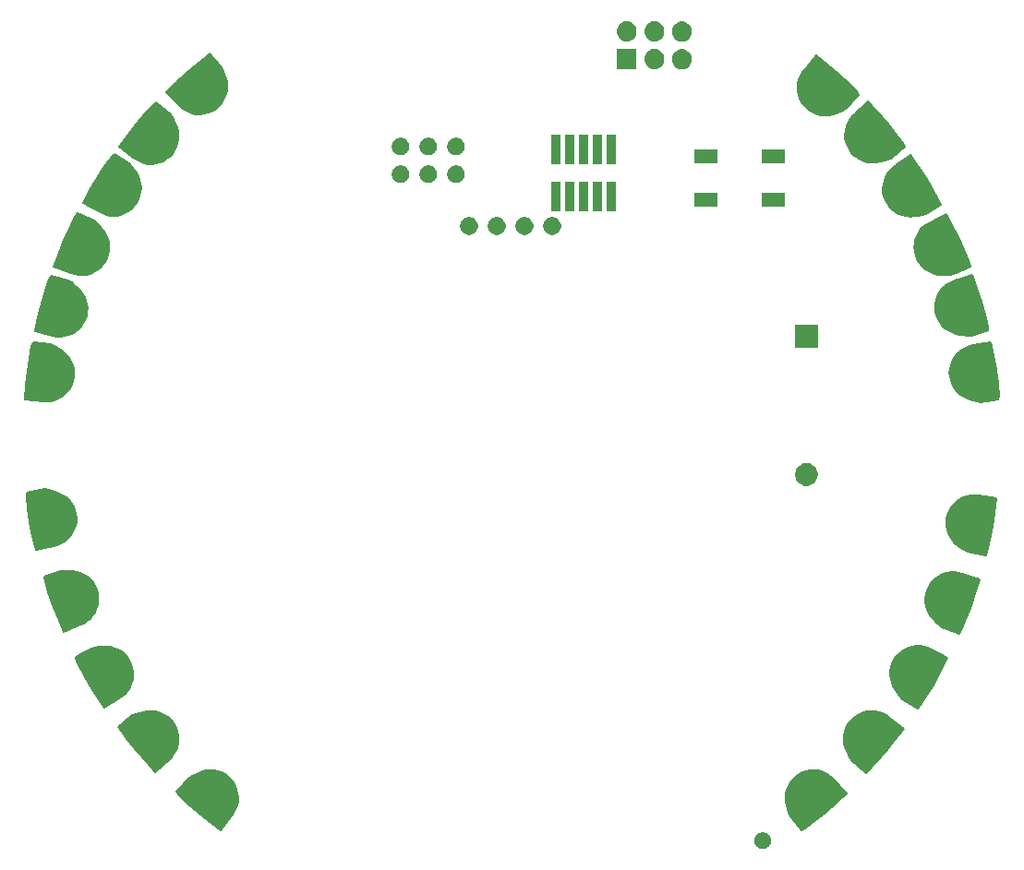
<source format=gbs>
G04 #@! TF.GenerationSoftware,KiCad,Pcbnew,(5.1.4-0-10_14)*
G04 #@! TF.CreationDate,2019-11-18T16:06:03-06:00*
G04 #@! TF.ProjectId,CircuitPythonBadge v1_3,43697263-7569-4745-9079-74686f6e4261,rev?*
G04 #@! TF.SameCoordinates,Original*
G04 #@! TF.FileFunction,Soldermask,Bot*
G04 #@! TF.FilePolarity,Negative*
%FSLAX46Y46*%
G04 Gerber Fmt 4.6, Leading zero omitted, Abs format (unit mm)*
G04 Created by KiCad (PCBNEW (5.1.4-0-10_14)) date 2019-11-18 16:06:03*
%MOMM*%
%LPD*%
G04 APERTURE LIST*
%ADD10C,0.127000*%
%ADD11C,0.100000*%
G04 APERTURE END LIST*
D10*
G36*
X55969465Y-91620365D02*
G01*
X55775190Y-92681558D01*
X55589853Y-93940899D01*
X55465332Y-95205147D01*
X55365846Y-96536446D01*
X57012278Y-96674625D01*
X57376196Y-96691159D01*
X57735911Y-96658554D01*
X58086690Y-96573671D01*
X58422873Y-96440932D01*
X58736896Y-96259408D01*
X59022788Y-96036045D01*
X59274888Y-95775264D01*
X59485014Y-95481180D01*
X59652547Y-95158835D01*
X59771206Y-94817693D01*
X59842894Y-94463106D01*
X59859118Y-94101710D01*
X59826513Y-93741995D01*
X59741939Y-93388695D01*
X59609200Y-93052512D01*
X59427677Y-92738489D01*
X59204313Y-92452597D01*
X58943533Y-92200497D01*
X58649449Y-91990371D01*
X58334577Y-91782810D01*
X58080300Y-91623635D01*
X57717617Y-91451150D01*
X56078924Y-91249943D01*
X55969465Y-91620365D01*
G37*
X55969465Y-91620365D02*
X55775190Y-92681558D01*
X55589853Y-93940899D01*
X55465332Y-95205147D01*
X55365846Y-96536446D01*
X57012278Y-96674625D01*
X57376196Y-96691159D01*
X57735911Y-96658554D01*
X58086690Y-96573671D01*
X58422873Y-96440932D01*
X58736896Y-96259408D01*
X59022788Y-96036045D01*
X59274888Y-95775264D01*
X59485014Y-95481180D01*
X59652547Y-95158835D01*
X59771206Y-94817693D01*
X59842894Y-94463106D01*
X59859118Y-94101710D01*
X59826513Y-93741995D01*
X59741939Y-93388695D01*
X59609200Y-93052512D01*
X59427677Y-92738489D01*
X59204313Y-92452597D01*
X58943533Y-92200497D01*
X58649449Y-91990371D01*
X58334577Y-91782810D01*
X58080300Y-91623635D01*
X57717617Y-91451150D01*
X56078924Y-91249943D01*
X55969465Y-91620365D01*
G36*
X69493998Y-132835523D02*
G01*
X70278180Y-133576424D01*
X71233410Y-134417746D01*
X72225879Y-135210737D01*
X73288216Y-136019250D01*
X74300815Y-134713694D01*
X74512885Y-134417492D01*
X74681455Y-134098052D01*
X74801314Y-133757633D01*
X74873087Y-133403391D01*
X74891878Y-133041165D01*
X74860258Y-132679743D01*
X74778853Y-132326283D01*
X74646656Y-131989887D01*
X74467559Y-131673820D01*
X74246080Y-131388505D01*
X73987742Y-131135261D01*
X73693486Y-130924823D01*
X73374046Y-130756253D01*
X73031681Y-130634762D01*
X72677440Y-130562988D01*
X72315213Y-130544197D01*
X71953791Y-130575817D01*
X71600331Y-130657223D01*
X71263935Y-130789419D01*
X70918369Y-130940448D01*
X70646384Y-131067009D01*
X70304194Y-131277238D01*
X69242952Y-132541977D01*
X69493998Y-132835523D01*
G37*
X69493998Y-132835523D02*
X70278180Y-133576424D01*
X71233410Y-134417746D01*
X72225879Y-135210737D01*
X73288216Y-136019250D01*
X74300815Y-134713694D01*
X74512885Y-134417492D01*
X74681455Y-134098052D01*
X74801314Y-133757633D01*
X74873087Y-133403391D01*
X74891878Y-133041165D01*
X74860258Y-132679743D01*
X74778853Y-132326283D01*
X74646656Y-131989887D01*
X74467559Y-131673820D01*
X74246080Y-131388505D01*
X73987742Y-131135261D01*
X73693486Y-130924823D01*
X73374046Y-130756253D01*
X73031681Y-130634762D01*
X72677440Y-130562988D01*
X72315213Y-130544197D01*
X71953791Y-130575817D01*
X71600331Y-130657223D01*
X71263935Y-130789419D01*
X70918369Y-130940448D01*
X70646384Y-131067009D01*
X70304194Y-131277238D01*
X69242952Y-132541977D01*
X69493998Y-132835523D01*
G36*
X143629941Y-89804214D02*
G01*
X143375794Y-88755746D01*
X143032888Y-87529899D01*
X142632427Y-86324303D01*
X142181824Y-85067636D01*
X140621531Y-85611067D01*
X140282351Y-85743982D01*
X139966996Y-85920077D01*
X139681069Y-86140297D01*
X139427940Y-86398298D01*
X139214899Y-86691852D01*
X139044573Y-87012188D01*
X138920337Y-87352961D01*
X138847992Y-87707086D01*
X138826053Y-88069705D01*
X138856407Y-88429617D01*
X138935141Y-88782706D01*
X139067313Y-89119457D01*
X139243408Y-89434811D01*
X139464370Y-89723168D01*
X139722371Y-89976296D01*
X140015925Y-90189338D01*
X140336261Y-90359663D01*
X140677034Y-90483899D01*
X141031159Y-90556244D01*
X141403231Y-90617790D01*
X141700267Y-90659780D01*
X142101751Y-90669837D01*
X143680610Y-90187132D01*
X143629941Y-89804214D01*
G37*
X143629941Y-89804214D02*
X143375794Y-88755746D01*
X143032888Y-87529899D01*
X142632427Y-86324303D01*
X142181824Y-85067636D01*
X140621531Y-85611067D01*
X140282351Y-85743982D01*
X139966996Y-85920077D01*
X139681069Y-86140297D01*
X139427940Y-86398298D01*
X139214899Y-86691852D01*
X139044573Y-87012188D01*
X138920337Y-87352961D01*
X138847992Y-87707086D01*
X138826053Y-88069705D01*
X138856407Y-88429617D01*
X138935141Y-88782706D01*
X139067313Y-89119457D01*
X139243408Y-89434811D01*
X139464370Y-89723168D01*
X139722371Y-89976296D01*
X140015925Y-90189338D01*
X140336261Y-90359663D01*
X140677034Y-90483899D01*
X141031159Y-90556244D01*
X141403231Y-90617790D01*
X141700267Y-90659780D01*
X142101751Y-90669837D01*
X143680610Y-90187132D01*
X143629941Y-89804214D01*
G36*
X57554644Y-85504657D02*
G01*
X57214570Y-86528485D01*
X56855771Y-87749776D01*
X56556512Y-88984390D01*
X56272713Y-90288888D01*
X57883892Y-90654861D01*
X58241967Y-90721882D01*
X58602718Y-90739657D01*
X58961897Y-90704419D01*
X59313282Y-90619759D01*
X59649512Y-90483706D01*
X59963708Y-90302304D01*
X60249649Y-90079147D01*
X60498658Y-89817169D01*
X60709423Y-89521277D01*
X60874405Y-89199969D01*
X60994744Y-88858810D01*
X61061106Y-88503189D01*
X61078882Y-88142437D01*
X61044301Y-87780804D01*
X60959641Y-87429420D01*
X60823588Y-87093190D01*
X60642187Y-86778994D01*
X60419030Y-86493053D01*
X60157051Y-86244044D01*
X59874131Y-85994681D01*
X59644481Y-85801667D01*
X59309334Y-85580384D01*
X57714590Y-85153074D01*
X57554644Y-85504657D01*
G37*
X57554644Y-85504657D02*
X57214570Y-86528485D01*
X56855771Y-87749776D01*
X56556512Y-88984390D01*
X56272713Y-90288888D01*
X57883892Y-90654861D01*
X58241967Y-90721882D01*
X58602718Y-90739657D01*
X58961897Y-90704419D01*
X59313282Y-90619759D01*
X59649512Y-90483706D01*
X59963708Y-90302304D01*
X60249649Y-90079147D01*
X60498658Y-89817169D01*
X60709423Y-89521277D01*
X60874405Y-89199969D01*
X60994744Y-88858810D01*
X61061106Y-88503189D01*
X61078882Y-88142437D01*
X61044301Y-87780804D01*
X60959641Y-87429420D01*
X60823588Y-87093190D01*
X60642187Y-86778994D01*
X60419030Y-86493053D01*
X60157051Y-86244044D01*
X59874131Y-85994681D01*
X59644481Y-85801667D01*
X59309334Y-85580384D01*
X57714590Y-85153074D01*
X57554644Y-85504657D01*
G36*
X59940340Y-79759517D02*
G01*
X59461087Y-80726052D01*
X58935809Y-81885522D01*
X58467637Y-83066473D01*
X58005049Y-84318777D01*
X59549614Y-84905422D01*
X59894877Y-85021625D01*
X60249644Y-85089434D01*
X60610232Y-85104527D01*
X60969979Y-85069594D01*
X61321872Y-84981659D01*
X61658256Y-84845751D01*
X61972472Y-84664561D01*
X62255518Y-84439788D01*
X62505412Y-84176107D01*
X62713506Y-83880888D01*
X62880154Y-83559797D01*
X62995364Y-83216872D01*
X63063173Y-82862105D01*
X63079258Y-82499179D01*
X63044325Y-82139432D01*
X62956390Y-81787539D01*
X62820482Y-81451155D01*
X62639292Y-81136940D01*
X62414519Y-80853893D01*
X62169056Y-80567583D01*
X61968504Y-80344486D01*
X61667415Y-80078713D01*
X60147661Y-79433616D01*
X59940340Y-79759517D01*
G37*
X59940340Y-79759517D02*
X59461087Y-80726052D01*
X58935809Y-81885522D01*
X58467637Y-83066473D01*
X58005049Y-84318777D01*
X59549614Y-84905422D01*
X59894877Y-85021625D01*
X60249644Y-85089434D01*
X60610232Y-85104527D01*
X60969979Y-85069594D01*
X61321872Y-84981659D01*
X61658256Y-84845751D01*
X61972472Y-84664561D01*
X62255518Y-84439788D01*
X62505412Y-84176107D01*
X62713506Y-83880888D01*
X62880154Y-83559797D01*
X62995364Y-83216872D01*
X63063173Y-82862105D01*
X63079258Y-82499179D01*
X63044325Y-82139432D01*
X62956390Y-81787539D01*
X62820482Y-81451155D01*
X62639292Y-81136940D01*
X62414519Y-80853893D01*
X62169056Y-80567583D01*
X61968504Y-80344486D01*
X61667415Y-80078713D01*
X60147661Y-79433616D01*
X59940340Y-79759517D01*
G36*
X63291003Y-74261516D02*
G01*
X62666450Y-75141180D01*
X61966258Y-76204203D01*
X61319109Y-77297376D01*
X60666313Y-78461898D01*
X62100090Y-79282944D01*
X62422924Y-79451727D01*
X62762716Y-79574199D01*
X63116503Y-79645514D01*
X63477286Y-79667288D01*
X63838603Y-79635484D01*
X64192106Y-79553872D01*
X64530797Y-79424066D01*
X64845522Y-79246339D01*
X65133587Y-79024997D01*
X65385302Y-78765965D01*
X65600127Y-78474897D01*
X65767564Y-78154217D01*
X65890036Y-77814425D01*
X65962697Y-77458484D01*
X65984472Y-77097701D01*
X65952668Y-76736384D01*
X65871055Y-76382881D01*
X65741250Y-76044190D01*
X65563522Y-75729465D01*
X65365870Y-75408281D01*
X65202687Y-75156558D01*
X64946881Y-74846956D01*
X63546753Y-73972060D01*
X63291003Y-74261516D01*
G37*
X63291003Y-74261516D02*
X62666450Y-75141180D01*
X61966258Y-76204203D01*
X61319109Y-77297376D01*
X60666313Y-78461898D01*
X62100090Y-79282944D01*
X62422924Y-79451727D01*
X62762716Y-79574199D01*
X63116503Y-79645514D01*
X63477286Y-79667288D01*
X63838603Y-79635484D01*
X64192106Y-79553872D01*
X64530797Y-79424066D01*
X64845522Y-79246339D01*
X65133587Y-79024997D01*
X65385302Y-78765965D01*
X65600127Y-78474897D01*
X65767564Y-78154217D01*
X65890036Y-77814425D01*
X65962697Y-77458484D01*
X65984472Y-77097701D01*
X65952668Y-76736384D01*
X65871055Y-76382881D01*
X65741250Y-76044190D01*
X65563522Y-75729465D01*
X65365870Y-75408281D01*
X65202687Y-75156558D01*
X64946881Y-74846956D01*
X63546753Y-73972060D01*
X63291003Y-74261516D01*
G36*
X67093838Y-69502122D02*
G01*
X66366736Y-70299115D01*
X65542213Y-71268883D01*
X64766664Y-72275040D01*
X63976814Y-73351326D01*
X65299843Y-74340985D01*
X65599702Y-74547853D01*
X65922035Y-74710823D01*
X66264494Y-74824722D01*
X66619934Y-74890303D01*
X66982433Y-74902769D01*
X67343248Y-74864846D01*
X67695234Y-74777284D01*
X68029272Y-74639236D01*
X68342165Y-74454651D01*
X68623571Y-74228226D01*
X68872268Y-73965508D01*
X69077538Y-73667624D01*
X69240507Y-73345290D01*
X69356005Y-73000857D01*
X69421586Y-72645417D01*
X69434052Y-72282918D01*
X69396129Y-71922103D01*
X69308567Y-71570117D01*
X69170519Y-71236080D01*
X69013483Y-70893202D01*
X68882194Y-70623468D01*
X68666025Y-70284999D01*
X67382957Y-69245991D01*
X67093838Y-69502122D01*
G37*
X67093838Y-69502122D02*
X66366736Y-70299115D01*
X65542213Y-71268883D01*
X64766664Y-72275040D01*
X63976814Y-73351326D01*
X65299843Y-74340985D01*
X65599702Y-74547853D01*
X65922035Y-74710823D01*
X66264494Y-74824722D01*
X66619934Y-74890303D01*
X66982433Y-74902769D01*
X67343248Y-74864846D01*
X67695234Y-74777284D01*
X68029272Y-74639236D01*
X68342165Y-74454651D01*
X68623571Y-74228226D01*
X68872268Y-73965508D01*
X69077538Y-73667624D01*
X69240507Y-73345290D01*
X69356005Y-73000857D01*
X69421586Y-72645417D01*
X69434052Y-72282918D01*
X69396129Y-71922103D01*
X69308567Y-71570117D01*
X69170519Y-71236080D01*
X69013483Y-70893202D01*
X68882194Y-70623468D01*
X68666025Y-70284999D01*
X67382957Y-69245991D01*
X67093838Y-69502122D01*
G36*
X71992927Y-65011790D02*
G01*
X71150100Y-65685227D01*
X70184023Y-66514071D01*
X69260625Y-67386518D01*
X68312131Y-68325994D01*
X69464055Y-69510436D01*
X69727860Y-69761666D01*
X70020731Y-69973053D01*
X70341156Y-70139122D01*
X70681961Y-70259498D01*
X71038047Y-70328518D01*
X71400352Y-70347506D01*
X71761702Y-70316085D01*
X72113223Y-70231992D01*
X72451139Y-70098626D01*
X72764502Y-69919011D01*
X73051235Y-69698432D01*
X73300577Y-69436327D01*
X73511964Y-69143456D01*
X73679921Y-68821331D01*
X73800297Y-68480526D01*
X73869317Y-68124440D01*
X73888305Y-67762135D01*
X73856884Y-67400785D01*
X73772791Y-67049264D01*
X73671326Y-66686042D01*
X73583849Y-66399091D01*
X73423290Y-66030973D01*
X72318555Y-64804041D01*
X71992927Y-65011790D01*
G37*
X71992927Y-65011790D02*
X71150100Y-65685227D01*
X70184023Y-66514071D01*
X69260625Y-67386518D01*
X68312131Y-68325994D01*
X69464055Y-69510436D01*
X69727860Y-69761666D01*
X70020731Y-69973053D01*
X70341156Y-70139122D01*
X70681961Y-70259498D01*
X71038047Y-70328518D01*
X71400352Y-70347506D01*
X71761702Y-70316085D01*
X72113223Y-70231992D01*
X72451139Y-70098626D01*
X72764502Y-69919011D01*
X73051235Y-69698432D01*
X73300577Y-69436327D01*
X73511964Y-69143456D01*
X73679921Y-68821331D01*
X73800297Y-68480526D01*
X73869317Y-68124440D01*
X73888305Y-67762135D01*
X73856884Y-67400785D01*
X73772791Y-67049264D01*
X73671326Y-66686042D01*
X73583849Y-66399091D01*
X73423290Y-66030973D01*
X72318555Y-64804041D01*
X71992927Y-65011790D01*
G36*
X141206243Y-117676539D02*
G01*
X141634255Y-116686246D01*
X142098132Y-115500874D01*
X142503855Y-114297040D01*
X142900269Y-113022241D01*
X141327118Y-112517237D01*
X140976247Y-112419263D01*
X140618417Y-112370114D01*
X140257533Y-112373914D01*
X139900107Y-112427626D01*
X139553299Y-112533857D01*
X139224488Y-112687184D01*
X138920187Y-112884571D01*
X138649291Y-113123849D01*
X138413541Y-113400247D01*
X138221182Y-113705952D01*
X138071567Y-114035325D01*
X137974463Y-114383809D01*
X137925314Y-114741639D01*
X137928245Y-115104909D01*
X137981957Y-115462335D01*
X138088188Y-115809144D01*
X138241515Y-116137954D01*
X138438901Y-116442256D01*
X138678180Y-116713151D01*
X138938291Y-116986222D01*
X139150244Y-117198518D01*
X139464830Y-117448168D01*
X141016263Y-118012844D01*
X141206243Y-117676539D01*
G37*
X141206243Y-117676539D02*
X141634255Y-116686246D01*
X142098132Y-115500874D01*
X142503855Y-114297040D01*
X142900269Y-113022241D01*
X141327118Y-112517237D01*
X140976247Y-112419263D01*
X140618417Y-112370114D01*
X140257533Y-112373914D01*
X139900107Y-112427626D01*
X139553299Y-112533857D01*
X139224488Y-112687184D01*
X138920187Y-112884571D01*
X138649291Y-113123849D01*
X138413541Y-113400247D01*
X138221182Y-113705952D01*
X138071567Y-114035325D01*
X137974463Y-114383809D01*
X137925314Y-114741639D01*
X137928245Y-115104909D01*
X137981957Y-115462335D01*
X138088188Y-115809144D01*
X138241515Y-116137954D01*
X138438901Y-116442256D01*
X138678180Y-116713151D01*
X138938291Y-116986222D01*
X139150244Y-117198518D01*
X139464830Y-117448168D01*
X141016263Y-118012844D01*
X141206243Y-117676539D01*
G36*
X143593425Y-110454872D02*
G01*
X143842973Y-109405300D01*
X144093964Y-108157386D01*
X144284480Y-106901387D01*
X144453505Y-105577119D01*
X142816560Y-105352962D01*
X142454007Y-105317405D01*
X142093079Y-105331139D01*
X141738338Y-105397547D01*
X141395669Y-105512510D01*
X141072576Y-105677350D01*
X140775386Y-105885445D01*
X140509983Y-106132674D01*
X140284753Y-106415358D01*
X140100580Y-106728494D01*
X139964229Y-107062958D01*
X139874082Y-107413307D01*
X139838967Y-107773359D01*
X139852701Y-108134287D01*
X139918668Y-108491530D01*
X140033631Y-108834199D01*
X140198471Y-109157291D01*
X140406566Y-109454482D01*
X140653795Y-109719885D01*
X140936479Y-109945114D01*
X141240056Y-110168869D01*
X141485654Y-110341134D01*
X141838812Y-110532364D01*
X143464730Y-110819057D01*
X143593425Y-110454872D01*
G37*
X143593425Y-110454872D02*
X143842973Y-109405300D01*
X144093964Y-108157386D01*
X144284480Y-106901387D01*
X144453505Y-105577119D01*
X142816560Y-105352962D01*
X142454007Y-105317405D01*
X142093079Y-105331139D01*
X141738338Y-105397547D01*
X141395669Y-105512510D01*
X141072576Y-105677350D01*
X140775386Y-105885445D01*
X140509983Y-106132674D01*
X140284753Y-106415358D01*
X140100580Y-106728494D01*
X139964229Y-107062958D01*
X139874082Y-107413307D01*
X139838967Y-107773359D01*
X139852701Y-108134287D01*
X139918668Y-108491530D01*
X140033631Y-108834199D01*
X140198471Y-109157291D01*
X140406566Y-109454482D01*
X140653795Y-109719885D01*
X140936479Y-109945114D01*
X141240056Y-110168869D01*
X141485654Y-110341134D01*
X141838812Y-110532364D01*
X143464730Y-110819057D01*
X143593425Y-110454872D01*
G36*
X137484955Y-124550727D02*
G01*
X138078427Y-123649802D01*
X138741094Y-122562990D01*
X139349697Y-121447898D01*
X139961455Y-120261303D01*
X138499897Y-119490795D01*
X138171369Y-119333382D01*
X137827510Y-119222843D01*
X137471449Y-119163919D01*
X137110126Y-119154748D01*
X136750140Y-119199143D01*
X136399700Y-119293043D01*
X136065745Y-119434590D01*
X135757415Y-119623193D01*
X135477250Y-119854453D01*
X135234729Y-120122112D01*
X135030192Y-120420500D01*
X134874049Y-120746828D01*
X134763510Y-121090687D01*
X134703315Y-121448947D01*
X134694145Y-121810270D01*
X134738540Y-122170257D01*
X134832440Y-122520697D01*
X134973986Y-122854652D01*
X135162589Y-123162981D01*
X135371330Y-123477072D01*
X135543198Y-123722947D01*
X135809654Y-124023432D01*
X137239462Y-124848932D01*
X137484955Y-124550727D01*
G37*
X137484955Y-124550727D02*
X138078427Y-123649802D01*
X138741094Y-122562990D01*
X139349697Y-121447898D01*
X139961455Y-120261303D01*
X138499897Y-119490795D01*
X138171369Y-119333382D01*
X137827510Y-119222843D01*
X137471449Y-119163919D01*
X137110126Y-119154748D01*
X136750140Y-119199143D01*
X136399700Y-119293043D01*
X136065745Y-119434590D01*
X135757415Y-119623193D01*
X135477250Y-119854453D01*
X135234729Y-120122112D01*
X135030192Y-120420500D01*
X134874049Y-120746828D01*
X134763510Y-121090687D01*
X134703315Y-121448947D01*
X134694145Y-121810270D01*
X134738540Y-122170257D01*
X134832440Y-122520697D01*
X134973986Y-122854652D01*
X135162589Y-123162981D01*
X135371330Y-123477072D01*
X135543198Y-123722947D01*
X135809654Y-124023432D01*
X137239462Y-124848932D01*
X137484955Y-124550727D01*
G36*
X64133218Y-126905859D02*
G01*
X64776830Y-127771675D01*
X65571454Y-128766090D01*
X66411144Y-129719374D01*
X67316945Y-130700077D01*
X68540867Y-129590191D01*
X68801150Y-129335314D01*
X69022629Y-129049999D01*
X69199781Y-128735565D01*
X69331977Y-128399169D01*
X69413383Y-128045709D01*
X69445003Y-127684287D01*
X69426212Y-127322060D01*
X69354438Y-126967819D01*
X69232947Y-126625454D01*
X69064377Y-126306014D01*
X68853939Y-126011758D01*
X68600695Y-125753420D01*
X68315380Y-125531941D01*
X67999313Y-125352844D01*
X67662917Y-125220647D01*
X67309457Y-125139242D01*
X66948035Y-125107622D01*
X66585809Y-125126413D01*
X66231567Y-125198186D01*
X65865025Y-125286913D01*
X65575196Y-125364322D01*
X65201699Y-125511937D01*
X63936959Y-126573179D01*
X64133218Y-126905859D01*
G37*
X64133218Y-126905859D02*
X64776830Y-127771675D01*
X65571454Y-128766090D01*
X66411144Y-129719374D01*
X67316945Y-130700077D01*
X68540867Y-129590191D01*
X68801150Y-129335314D01*
X69022629Y-129049999D01*
X69199781Y-128735565D01*
X69331977Y-128399169D01*
X69413383Y-128045709D01*
X69445003Y-127684287D01*
X69426212Y-127322060D01*
X69354438Y-126967819D01*
X69232947Y-126625454D01*
X69064377Y-126306014D01*
X68853939Y-126011758D01*
X68600695Y-125753420D01*
X68315380Y-125531941D01*
X67999313Y-125352844D01*
X67662917Y-125220647D01*
X67309457Y-125139242D01*
X66948035Y-125107622D01*
X66585809Y-125126413D01*
X66231567Y-125198186D01*
X65865025Y-125286913D01*
X65575196Y-125364322D01*
X65201699Y-125511937D01*
X63936959Y-126573179D01*
X64133218Y-126905859D01*
G36*
X60125545Y-120535273D02*
G01*
X60609033Y-121499698D01*
X61218906Y-122616990D01*
X61880303Y-123701602D01*
X62602045Y-124824697D01*
X64000103Y-123944205D01*
X64300691Y-123738398D01*
X64568350Y-123495877D01*
X64797411Y-123216981D01*
X64986014Y-122908652D01*
X65127560Y-122574697D01*
X65221460Y-122224257D01*
X65265855Y-121864270D01*
X65256685Y-121502947D01*
X65196490Y-121144687D01*
X65085951Y-120800828D01*
X64929808Y-120474500D01*
X64725271Y-120176112D01*
X64482750Y-119908453D01*
X64202585Y-119677193D01*
X63894255Y-119488590D01*
X63560300Y-119347043D01*
X63209860Y-119253143D01*
X62849874Y-119208748D01*
X62488551Y-119217919D01*
X62112170Y-119241648D01*
X61813302Y-119267553D01*
X61419846Y-119348068D01*
X59990038Y-120173568D01*
X60125545Y-120535273D01*
G37*
X60125545Y-120535273D02*
X60609033Y-121499698D01*
X61218906Y-122616990D01*
X61880303Y-123701602D01*
X62602045Y-124824697D01*
X64000103Y-123944205D01*
X64300691Y-123738398D01*
X64568350Y-123495877D01*
X64797411Y-123216981D01*
X64986014Y-122908652D01*
X65127560Y-122574697D01*
X65221460Y-122224257D01*
X65265855Y-121864270D01*
X65256685Y-121502947D01*
X65196490Y-121144687D01*
X65085951Y-120800828D01*
X64929808Y-120474500D01*
X64725271Y-120176112D01*
X64482750Y-119908453D01*
X64202585Y-119677193D01*
X63894255Y-119488590D01*
X63560300Y-119347043D01*
X63209860Y-119253143D01*
X62849874Y-119208748D01*
X62488551Y-119217919D01*
X62112170Y-119241648D01*
X61813302Y-119267553D01*
X61419846Y-119348068D01*
X59990038Y-120173568D01*
X60125545Y-120535273D01*
G36*
X57187004Y-113186923D02*
G01*
X57495676Y-114220653D01*
X57902268Y-115426874D01*
X58365276Y-116609859D01*
X58881030Y-117841221D01*
X60410744Y-117216875D01*
X60742504Y-117066392D01*
X61048209Y-116874033D01*
X61322220Y-116639151D01*
X61561499Y-116368256D01*
X61758885Y-116063954D01*
X61912212Y-115735144D01*
X62018443Y-115388335D01*
X62072155Y-115030909D01*
X62075086Y-114667639D01*
X62025937Y-114309809D01*
X61928833Y-113961325D01*
X61779218Y-113631952D01*
X61586859Y-113326247D01*
X61351109Y-113049849D01*
X61080213Y-112810571D01*
X60775912Y-112613184D01*
X60447101Y-112459857D01*
X60100293Y-112353626D01*
X59742867Y-112299914D01*
X59368083Y-112257925D01*
X59069257Y-112231538D01*
X58667798Y-112242507D01*
X57116365Y-112807182D01*
X57187004Y-113186923D01*
G37*
X57187004Y-113186923D02*
X57495676Y-114220653D01*
X57902268Y-115426874D01*
X58365276Y-116609859D01*
X58881030Y-117841221D01*
X60410744Y-117216875D01*
X60742504Y-117066392D01*
X61048209Y-116874033D01*
X61322220Y-116639151D01*
X61561499Y-116368256D01*
X61758885Y-116063954D01*
X61912212Y-115735144D01*
X62018443Y-115388335D01*
X62072155Y-115030909D01*
X62075086Y-114667639D01*
X62025937Y-114309809D01*
X61928833Y-113961325D01*
X61779218Y-113631952D01*
X61586859Y-113326247D01*
X61351109Y-113049849D01*
X61080213Y-112810571D01*
X60775912Y-112613184D01*
X60447101Y-112459857D01*
X60100293Y-112353626D01*
X59742867Y-112299914D01*
X59368083Y-112257925D01*
X59069257Y-112231538D01*
X58667798Y-112242507D01*
X57116365Y-112807182D01*
X57187004Y-113186923D01*
G36*
X55498602Y-105439261D02*
G01*
X55623079Y-106510886D01*
X55814036Y-107769386D01*
X56064586Y-109014799D01*
X56358681Y-110317013D01*
X57973572Y-109967785D01*
X58326422Y-109877197D01*
X58660887Y-109740846D01*
X58971521Y-109557114D01*
X59254205Y-109331885D01*
X59501434Y-109066482D01*
X59709529Y-108769291D01*
X59874369Y-108446199D01*
X59989332Y-108103530D01*
X60055299Y-107746287D01*
X60069033Y-107385359D01*
X60033918Y-107025307D01*
X59943771Y-106674958D01*
X59807420Y-106340494D01*
X59623247Y-106027358D01*
X59398017Y-105744674D01*
X59132614Y-105497445D01*
X58835424Y-105289350D01*
X58512331Y-105124510D01*
X58169662Y-105009547D01*
X57807864Y-104903116D01*
X57518160Y-104825240D01*
X57120895Y-104766329D01*
X55494977Y-105053022D01*
X55498602Y-105439261D01*
G37*
X55498602Y-105439261D02*
X55623079Y-106510886D01*
X55814036Y-107769386D01*
X56064586Y-109014799D01*
X56358681Y-110317013D01*
X57973572Y-109967785D01*
X58326422Y-109877197D01*
X58660887Y-109740846D01*
X58971521Y-109557114D01*
X59254205Y-109331885D01*
X59501434Y-109066482D01*
X59709529Y-108769291D01*
X59874369Y-108446199D01*
X59989332Y-108103530D01*
X60055299Y-107746287D01*
X60069033Y-107385359D01*
X60033918Y-107025307D01*
X59943771Y-106674958D01*
X59807420Y-106340494D01*
X59623247Y-106027358D01*
X59398017Y-105744674D01*
X59132614Y-105497445D01*
X58835424Y-105289350D01*
X58512331Y-105124510D01*
X58169662Y-105009547D01*
X57807864Y-104903116D01*
X57518160Y-104825240D01*
X57120895Y-104766329D01*
X55494977Y-105053022D01*
X55498602Y-105439261D01*
G36*
X139209087Y-78300494D02*
G01*
X138692237Y-77353530D01*
X138043742Y-76258203D01*
X137344896Y-75197334D01*
X136584397Y-74100112D01*
X135217920Y-75028860D01*
X134924698Y-75245031D01*
X134665666Y-75496746D01*
X134446478Y-75783465D01*
X134268750Y-76098190D01*
X134138945Y-76436881D01*
X134057332Y-76790384D01*
X134025528Y-77151701D01*
X134047303Y-77512484D01*
X134119964Y-77868425D01*
X134242436Y-78208217D01*
X134409873Y-78528897D01*
X134624698Y-78819965D01*
X134876413Y-79078997D01*
X135164478Y-79300339D01*
X135479203Y-79478066D01*
X135817894Y-79607872D01*
X136171397Y-79689484D01*
X136532714Y-79721288D01*
X136893497Y-79699514D01*
X137268820Y-79662663D01*
X137566602Y-79626344D01*
X137957008Y-79532147D01*
X139357136Y-78657250D01*
X139209087Y-78300494D01*
G37*
X139209087Y-78300494D02*
X138692237Y-77353530D01*
X138043742Y-76258203D01*
X137344896Y-75197334D01*
X136584397Y-74100112D01*
X135217920Y-75028860D01*
X134924698Y-75245031D01*
X134665666Y-75496746D01*
X134446478Y-75783465D01*
X134268750Y-76098190D01*
X134138945Y-76436881D01*
X134057332Y-76790384D01*
X134025528Y-77151701D01*
X134047303Y-77512484D01*
X134119964Y-77868425D01*
X134242436Y-78208217D01*
X134409873Y-78528897D01*
X134624698Y-78819965D01*
X134876413Y-79078997D01*
X135164478Y-79300339D01*
X135479203Y-79478066D01*
X135817894Y-79607872D01*
X136171397Y-79689484D01*
X136532714Y-79721288D01*
X136893497Y-79699514D01*
X137268820Y-79662663D01*
X137566602Y-79626344D01*
X137957008Y-79532147D01*
X139357136Y-78657250D01*
X139209087Y-78300494D01*
G36*
X135866982Y-72993641D02*
G01*
X135223370Y-72127825D01*
X134428746Y-71133410D01*
X133589056Y-70180126D01*
X132683255Y-69199423D01*
X131459333Y-70309309D01*
X131199050Y-70564186D01*
X130977571Y-70849501D01*
X130800419Y-71163935D01*
X130668223Y-71500331D01*
X130586817Y-71853791D01*
X130555197Y-72215213D01*
X130573988Y-72577440D01*
X130645762Y-72931681D01*
X130767253Y-73274046D01*
X130935823Y-73593486D01*
X131146261Y-73887742D01*
X131399505Y-74146080D01*
X131684820Y-74367559D01*
X132000887Y-74546656D01*
X132337283Y-74678853D01*
X132690743Y-74760258D01*
X133052165Y-74791878D01*
X133414391Y-74773087D01*
X133768633Y-74701314D01*
X134135175Y-74612587D01*
X134425004Y-74535178D01*
X134798501Y-74387563D01*
X136063241Y-73326321D01*
X135866982Y-72993641D01*
G37*
X135866982Y-72993641D02*
X135223370Y-72127825D01*
X134428746Y-71133410D01*
X133589056Y-70180126D01*
X132683255Y-69199423D01*
X131459333Y-70309309D01*
X131199050Y-70564186D01*
X130977571Y-70849501D01*
X130800419Y-71163935D01*
X130668223Y-71500331D01*
X130586817Y-71853791D01*
X130555197Y-72215213D01*
X130573988Y-72577440D01*
X130645762Y-72931681D01*
X130767253Y-73274046D01*
X130935823Y-73593486D01*
X131146261Y-73887742D01*
X131399505Y-74146080D01*
X131684820Y-74367559D01*
X132000887Y-74546656D01*
X132337283Y-74678853D01*
X132690743Y-74760258D01*
X133052165Y-74791878D01*
X133414391Y-74773087D01*
X133768633Y-74701314D01*
X134135175Y-74612587D01*
X134425004Y-74535178D01*
X134798501Y-74387563D01*
X136063241Y-73326321D01*
X135866982Y-72993641D01*
G36*
X144642268Y-96173135D02*
G01*
X144555266Y-95097819D01*
X144408346Y-93833421D01*
X144201413Y-92580022D01*
X143952944Y-91268337D01*
X142326849Y-91560994D01*
X141971052Y-91639213D01*
X141632033Y-91763808D01*
X141315176Y-91936587D01*
X141024803Y-92151814D01*
X140768462Y-92408427D01*
X140550122Y-92698174D01*
X140374107Y-93015317D01*
X140247256Y-93353765D01*
X140168861Y-93708487D01*
X140142539Y-94068716D01*
X140165067Y-94429775D01*
X140242932Y-94783056D01*
X140367527Y-95122075D01*
X140540660Y-95441448D01*
X140755887Y-95731820D01*
X141012500Y-95988161D01*
X141302247Y-96206501D01*
X141619390Y-96382516D01*
X141957838Y-96509368D01*
X142315701Y-96628361D01*
X142602511Y-96716300D01*
X142997478Y-96789040D01*
X144632411Y-96559265D01*
X144642268Y-96173135D01*
G37*
X144642268Y-96173135D02*
X144555266Y-95097819D01*
X144408346Y-93833421D01*
X144201413Y-92580022D01*
X143952944Y-91268337D01*
X142326849Y-91560994D01*
X141971052Y-91639213D01*
X141632033Y-91763808D01*
X141315176Y-91936587D01*
X141024803Y-92151814D01*
X140768462Y-92408427D01*
X140550122Y-92698174D01*
X140374107Y-93015317D01*
X140247256Y-93353765D01*
X140168861Y-93708487D01*
X140142539Y-94068716D01*
X140165067Y-94429775D01*
X140242932Y-94783056D01*
X140367527Y-95122075D01*
X140540660Y-95441448D01*
X140755887Y-95731820D01*
X141012500Y-95988161D01*
X141302247Y-96206501D01*
X141619390Y-96382516D01*
X141957838Y-96509368D01*
X142315701Y-96628361D01*
X142602511Y-96716300D01*
X142997478Y-96789040D01*
X144632411Y-96559265D01*
X144642268Y-96173135D01*
G36*
X131605611Y-68262035D02*
G01*
X130847763Y-67494218D01*
X129922477Y-66620071D01*
X128958288Y-65792927D01*
X127924814Y-64947831D01*
X126867269Y-66217253D01*
X126644991Y-66505873D01*
X126465375Y-66819236D01*
X126333709Y-67155264D01*
X126249616Y-67506785D01*
X126218195Y-67868135D01*
X126237183Y-68230440D01*
X126306203Y-68586526D01*
X126426579Y-68927331D01*
X126594536Y-69249456D01*
X126805923Y-69542327D01*
X127055265Y-69804432D01*
X127341998Y-70025011D01*
X127655361Y-70204626D01*
X127993277Y-70337992D01*
X128344798Y-70422085D01*
X128706148Y-70453506D01*
X129068453Y-70434518D01*
X129424539Y-70365498D01*
X129765344Y-70245122D01*
X130115970Y-70106246D01*
X130392206Y-69989254D01*
X130741524Y-69791095D01*
X131846259Y-68564163D01*
X131605611Y-68262035D01*
G37*
X131605611Y-68262035D02*
X130847763Y-67494218D01*
X129922477Y-66620071D01*
X128958288Y-65792927D01*
X127924814Y-64947831D01*
X126867269Y-66217253D01*
X126644991Y-66505873D01*
X126465375Y-66819236D01*
X126333709Y-67155264D01*
X126249616Y-67506785D01*
X126218195Y-67868135D01*
X126237183Y-68230440D01*
X126306203Y-68586526D01*
X126426579Y-68927331D01*
X126594536Y-69249456D01*
X126805923Y-69542327D01*
X127055265Y-69804432D01*
X127341998Y-70025011D01*
X127655361Y-70204626D01*
X127993277Y-70337992D01*
X128344798Y-70422085D01*
X128706148Y-70453506D01*
X129068453Y-70434518D01*
X129424539Y-70365498D01*
X129765344Y-70245122D01*
X130115970Y-70106246D01*
X130392206Y-69989254D01*
X130741524Y-69791095D01*
X131846259Y-68564163D01*
X131605611Y-68262035D01*
G36*
X141934963Y-83970620D02*
G01*
X141537371Y-82967726D01*
X141027197Y-81801532D01*
X140462847Y-80663402D01*
X139841735Y-79481677D01*
X138372257Y-80236971D01*
X138054876Y-80415796D01*
X137767099Y-80634066D01*
X137514602Y-80891936D01*
X137299844Y-81182655D01*
X137129730Y-81503002D01*
X137005645Y-81843925D01*
X136930044Y-82198672D01*
X136907688Y-82559420D01*
X136936429Y-82921563D01*
X137016578Y-83273748D01*
X137143686Y-83612443D01*
X137321438Y-83927522D01*
X137539708Y-84215299D01*
X137798652Y-84470098D01*
X138089371Y-84684856D01*
X138409718Y-84854970D01*
X138750640Y-84979055D01*
X139105388Y-85054656D01*
X139466135Y-85077012D01*
X139843152Y-85086177D01*
X140143140Y-85086419D01*
X140542116Y-85040502D01*
X142038430Y-84342759D01*
X141934963Y-83970620D01*
G37*
X141934963Y-83970620D02*
X141537371Y-82967726D01*
X141027197Y-81801532D01*
X140462847Y-80663402D01*
X139841735Y-79481677D01*
X138372257Y-80236971D01*
X138054876Y-80415796D01*
X137767099Y-80634066D01*
X137514602Y-80891936D01*
X137299844Y-81182655D01*
X137129730Y-81503002D01*
X137005645Y-81843925D01*
X136930044Y-82198672D01*
X136907688Y-82559420D01*
X136936429Y-82921563D01*
X137016578Y-83273748D01*
X137143686Y-83612443D01*
X137321438Y-83927522D01*
X137539708Y-84215299D01*
X137798652Y-84470098D01*
X138089371Y-84684856D01*
X138409718Y-84854970D01*
X138750640Y-84979055D01*
X139105388Y-85054656D01*
X139466135Y-85077012D01*
X139843152Y-85086177D01*
X140143140Y-85086419D01*
X140542116Y-85040502D01*
X142038430Y-84342759D01*
X141934963Y-83970620D01*
G36*
X126905859Y-135866982D02*
G01*
X127771675Y-135223370D01*
X128766090Y-134428746D01*
X129719374Y-133589056D01*
X130700077Y-132683255D01*
X129590191Y-131459333D01*
X129335314Y-131199050D01*
X129049999Y-130977571D01*
X128735565Y-130800419D01*
X128399169Y-130668223D01*
X128045709Y-130586817D01*
X127684287Y-130555197D01*
X127322060Y-130573988D01*
X126967819Y-130645762D01*
X126625454Y-130767253D01*
X126306014Y-130935823D01*
X126011758Y-131146261D01*
X125753420Y-131399505D01*
X125531941Y-131684820D01*
X125352844Y-132000887D01*
X125220647Y-132337283D01*
X125139242Y-132690743D01*
X125107622Y-133052165D01*
X125126413Y-133414391D01*
X125198186Y-133768633D01*
X125286913Y-134135175D01*
X125364322Y-134425004D01*
X125511937Y-134798501D01*
X126573179Y-136063241D01*
X126905859Y-135866982D01*
G37*
X126905859Y-135866982D02*
X127771675Y-135223370D01*
X128766090Y-134428746D01*
X129719374Y-133589056D01*
X130700077Y-132683255D01*
X129590191Y-131459333D01*
X129335314Y-131199050D01*
X129049999Y-130977571D01*
X128735565Y-130800419D01*
X128399169Y-130668223D01*
X128045709Y-130586817D01*
X127684287Y-130555197D01*
X127322060Y-130573988D01*
X126967819Y-130645762D01*
X126625454Y-130767253D01*
X126306014Y-130935823D01*
X126011758Y-131146261D01*
X125753420Y-131399505D01*
X125531941Y-131684820D01*
X125352844Y-132000887D01*
X125220647Y-132337283D01*
X125139242Y-132690743D01*
X125107622Y-133052165D01*
X125126413Y-133414391D01*
X125198186Y-133768633D01*
X125286913Y-134135175D01*
X125364322Y-134425004D01*
X125511937Y-134798501D01*
X126573179Y-136063241D01*
X126905859Y-135866982D01*
G36*
X132735523Y-130532502D02*
G01*
X133476424Y-129748320D01*
X134317746Y-128793090D01*
X135110737Y-127800621D01*
X135919250Y-126738284D01*
X134613694Y-125725685D01*
X134317492Y-125513615D01*
X133998052Y-125345045D01*
X133657633Y-125225186D01*
X133303391Y-125153413D01*
X132941165Y-125134622D01*
X132579743Y-125166242D01*
X132226283Y-125247647D01*
X131889887Y-125379844D01*
X131573820Y-125558941D01*
X131288505Y-125780420D01*
X131035261Y-126038758D01*
X130824823Y-126333014D01*
X130656253Y-126652454D01*
X130534762Y-126994819D01*
X130462988Y-127349060D01*
X130444197Y-127711287D01*
X130475817Y-128072709D01*
X130557223Y-128426169D01*
X130689419Y-128762565D01*
X130840448Y-129108131D01*
X130967009Y-129380116D01*
X131177238Y-129722306D01*
X132441977Y-130783548D01*
X132735523Y-130532502D01*
G37*
X132735523Y-130532502D02*
X133476424Y-129748320D01*
X134317746Y-128793090D01*
X135110737Y-127800621D01*
X135919250Y-126738284D01*
X134613694Y-125725685D01*
X134317492Y-125513615D01*
X133998052Y-125345045D01*
X133657633Y-125225186D01*
X133303391Y-125153413D01*
X132941165Y-125134622D01*
X132579743Y-125166242D01*
X132226283Y-125247647D01*
X131889887Y-125379844D01*
X131573820Y-125558941D01*
X131288505Y-125780420D01*
X131035261Y-126038758D01*
X130824823Y-126333014D01*
X130656253Y-126652454D01*
X130534762Y-126994819D01*
X130462988Y-127349060D01*
X130444197Y-127711287D01*
X130475817Y-128072709D01*
X130557223Y-128426169D01*
X130689419Y-128762565D01*
X130840448Y-129108131D01*
X130967009Y-129380116D01*
X131177238Y-129722306D01*
X132441977Y-130783548D01*
X132735523Y-130532502D01*
D11*
G36*
X123218767Y-136278822D02*
G01*
X123355258Y-136335359D01*
X123478097Y-136417437D01*
X123582563Y-136521903D01*
X123664641Y-136644742D01*
X123721178Y-136781233D01*
X123750000Y-136926131D01*
X123750000Y-137073869D01*
X123721178Y-137218767D01*
X123664641Y-137355258D01*
X123582563Y-137478097D01*
X123478097Y-137582563D01*
X123355258Y-137664641D01*
X123218767Y-137721178D01*
X123073869Y-137750000D01*
X122926131Y-137750000D01*
X122781233Y-137721178D01*
X122644742Y-137664641D01*
X122521903Y-137582563D01*
X122417437Y-137478097D01*
X122335359Y-137355258D01*
X122278822Y-137218767D01*
X122250000Y-137073869D01*
X122250000Y-136926131D01*
X122278822Y-136781233D01*
X122335359Y-136644742D01*
X122417437Y-136521903D01*
X122521903Y-136417437D01*
X122644742Y-136335359D01*
X122781233Y-136278822D01*
X122926131Y-136250000D01*
X123073869Y-136250000D01*
X123218767Y-136278822D01*
X123218767Y-136278822D01*
G37*
G36*
X127751010Y-130670061D02*
G01*
X128028925Y-130725342D01*
X128421605Y-130887996D01*
X128775009Y-131124132D01*
X129075555Y-131424678D01*
X129311691Y-131778082D01*
X129474345Y-132170762D01*
X129509700Y-132348506D01*
X129557266Y-132587633D01*
X129557266Y-133012669D01*
X129540910Y-133094895D01*
X129474345Y-133429540D01*
X129311691Y-133822220D01*
X129075555Y-134175624D01*
X128775009Y-134476170D01*
X128421605Y-134712306D01*
X128028925Y-134874960D01*
X127788105Y-134922862D01*
X127612054Y-134957881D01*
X127328958Y-134957881D01*
X127319106Y-134958851D01*
X127309633Y-134961725D01*
X127300902Y-134966392D01*
X127293250Y-134972672D01*
X127286970Y-134980324D01*
X127282303Y-134989055D01*
X127279429Y-134998528D01*
X127278459Y-135008380D01*
X127279429Y-135018232D01*
X127286430Y-135053428D01*
X127286430Y-135186548D01*
X127260459Y-135317112D01*
X127209516Y-135440099D01*
X127135558Y-135550785D01*
X127041427Y-135644916D01*
X126930741Y-135718874D01*
X126807754Y-135769817D01*
X126677190Y-135795788D01*
X126544070Y-135795788D01*
X126413506Y-135769817D01*
X126290519Y-135718874D01*
X126179833Y-135644916D01*
X126085702Y-135550785D01*
X126011744Y-135440099D01*
X125960801Y-135317112D01*
X125934830Y-135186548D01*
X125934830Y-135053428D01*
X125960801Y-134922864D01*
X126011744Y-134799877D01*
X126085702Y-134689191D01*
X126145199Y-134629694D01*
X126151479Y-134622042D01*
X126156146Y-134613311D01*
X126159020Y-134603838D01*
X126159990Y-134593986D01*
X126159020Y-134584134D01*
X126156146Y-134574661D01*
X126151479Y-134565930D01*
X126145199Y-134558278D01*
X126137547Y-134551998D01*
X126024063Y-134476170D01*
X125723517Y-134175624D01*
X125487381Y-133822220D01*
X125324727Y-133429540D01*
X125258162Y-133094895D01*
X125241806Y-133012669D01*
X125241806Y-132587633D01*
X125289372Y-132348506D01*
X125324727Y-132170762D01*
X125487381Y-131778082D01*
X125723517Y-131424678D01*
X126024063Y-131124132D01*
X126377467Y-130887996D01*
X126770147Y-130725342D01*
X127048062Y-130670061D01*
X127187018Y-130642421D01*
X127612054Y-130642421D01*
X127751010Y-130670061D01*
X127751010Y-130670061D01*
G37*
G36*
X72867782Y-130642421D02*
G01*
X73229353Y-130714342D01*
X73622033Y-130876996D01*
X73975437Y-131113132D01*
X74275983Y-131413678D01*
X74512119Y-131767082D01*
X74674773Y-132159762D01*
X74757694Y-132576634D01*
X74757694Y-133001668D01*
X74674773Y-133418540D01*
X74512119Y-133811220D01*
X74275983Y-134164624D01*
X73975437Y-134465170D01*
X73622033Y-134701306D01*
X73229353Y-134863960D01*
X72951438Y-134919241D01*
X72812482Y-134946881D01*
X72387446Y-134946881D01*
X72248490Y-134919241D01*
X71970575Y-134863960D01*
X71577895Y-134701306D01*
X71224491Y-134465170D01*
X70923945Y-134164624D01*
X70687809Y-133811220D01*
X70525155Y-133418540D01*
X70460778Y-133094895D01*
X70457904Y-133085422D01*
X70453237Y-133076691D01*
X70446957Y-133069039D01*
X70439305Y-133062759D01*
X70430574Y-133058092D01*
X70421101Y-133055218D01*
X70411249Y-133054248D01*
X70401397Y-133055218D01*
X70391927Y-133058091D01*
X70375501Y-133064895D01*
X70244937Y-133090866D01*
X70111817Y-133090866D01*
X69981253Y-133064895D01*
X69858266Y-133013952D01*
X69747580Y-132939994D01*
X69653449Y-132845863D01*
X69579491Y-132735177D01*
X69528548Y-132612190D01*
X69502577Y-132481626D01*
X69502577Y-132348506D01*
X69528548Y-132217942D01*
X69579491Y-132094955D01*
X69653449Y-131984269D01*
X69747580Y-131890138D01*
X69858266Y-131816180D01*
X69981253Y-131765237D01*
X70111817Y-131739266D01*
X70244937Y-131739266D01*
X70375501Y-131765237D01*
X70498488Y-131816180D01*
X70570279Y-131864149D01*
X70579677Y-131870429D01*
X70588408Y-131875096D01*
X70597881Y-131877970D01*
X70607733Y-131878940D01*
X70617585Y-131877970D01*
X70627058Y-131875096D01*
X70635789Y-131870430D01*
X70643441Y-131864149D01*
X70649721Y-131856497D01*
X70654388Y-131847766D01*
X70687809Y-131767082D01*
X70923945Y-131413678D01*
X71224491Y-131113132D01*
X71577895Y-130876996D01*
X71970575Y-130714342D01*
X72332146Y-130642421D01*
X72387446Y-130631421D01*
X72812482Y-130631421D01*
X72867782Y-130642421D01*
X72867782Y-130642421D01*
G37*
G36*
X133040625Y-125296446D02*
G01*
X133318540Y-125351727D01*
X133711220Y-125514381D01*
X134064624Y-125750517D01*
X134365170Y-126051063D01*
X134601306Y-126404467D01*
X134763960Y-126797147D01*
X134766070Y-126807756D01*
X134841511Y-127187019D01*
X134846881Y-127214019D01*
X134846881Y-127639053D01*
X134763960Y-128055925D01*
X134601306Y-128448605D01*
X134365170Y-128802009D01*
X134064624Y-129102555D01*
X133711220Y-129338691D01*
X133318540Y-129501345D01*
X132994895Y-129565722D01*
X132985422Y-129568596D01*
X132976691Y-129573263D01*
X132969039Y-129579543D01*
X132962759Y-129587195D01*
X132958092Y-129595926D01*
X132955218Y-129605399D01*
X132954248Y-129615251D01*
X132955218Y-129625103D01*
X132958091Y-129634573D01*
X132964895Y-129650999D01*
X132990866Y-129781563D01*
X132990866Y-129914683D01*
X132964895Y-130045247D01*
X132913952Y-130168234D01*
X132839994Y-130278920D01*
X132745863Y-130373051D01*
X132635177Y-130447009D01*
X132512190Y-130497952D01*
X132381626Y-130523923D01*
X132248506Y-130523923D01*
X132117942Y-130497952D01*
X131994955Y-130447009D01*
X131884269Y-130373051D01*
X131790138Y-130278920D01*
X131716180Y-130168234D01*
X131665237Y-130045247D01*
X131639266Y-129914683D01*
X131639266Y-129781563D01*
X131665237Y-129650999D01*
X131716180Y-129528012D01*
X131770430Y-129446821D01*
X131775096Y-129438092D01*
X131777970Y-129428619D01*
X131778940Y-129418767D01*
X131777970Y-129408915D01*
X131775096Y-129399442D01*
X131770430Y-129390711D01*
X131764149Y-129383059D01*
X131756497Y-129376779D01*
X131747766Y-129372112D01*
X131667082Y-129338691D01*
X131313678Y-129102555D01*
X131013132Y-128802009D01*
X130776996Y-128448605D01*
X130614342Y-128055925D01*
X130531421Y-127639053D01*
X130531421Y-127214019D01*
X130536792Y-127187019D01*
X130612232Y-126807756D01*
X130614342Y-126797147D01*
X130776996Y-126404467D01*
X131013132Y-126051063D01*
X131313678Y-125750517D01*
X131667082Y-125514381D01*
X132059762Y-125351727D01*
X132337677Y-125296446D01*
X132476633Y-125268806D01*
X132901669Y-125268806D01*
X133040625Y-125296446D01*
X133040625Y-125296446D01*
G37*
G36*
X67548304Y-125268806D02*
G01*
X67829438Y-125324727D01*
X68222118Y-125487381D01*
X68575522Y-125723517D01*
X68876068Y-126024063D01*
X69112204Y-126377467D01*
X69274858Y-126770147D01*
X69280229Y-126797149D01*
X69357779Y-127187018D01*
X69357779Y-127612054D01*
X69352408Y-127639054D01*
X69274858Y-128028925D01*
X69112204Y-128421605D01*
X68876068Y-128775009D01*
X68575522Y-129075555D01*
X68222118Y-129311691D01*
X67829438Y-129474345D01*
X67559636Y-129528012D01*
X67412567Y-129557266D01*
X66987531Y-129557266D01*
X66840462Y-129528012D01*
X66570660Y-129474345D01*
X66177980Y-129311691D01*
X65824576Y-129075555D01*
X65524030Y-128775009D01*
X65287894Y-128421605D01*
X65125240Y-128028925D01*
X65047690Y-127639054D01*
X65042319Y-127612054D01*
X65042319Y-127328958D01*
X65041349Y-127319106D01*
X65038475Y-127309633D01*
X65033808Y-127300902D01*
X65027528Y-127293250D01*
X65019876Y-127286970D01*
X65011145Y-127282303D01*
X65001672Y-127279429D01*
X64991820Y-127278459D01*
X64981968Y-127279429D01*
X64946772Y-127286430D01*
X64813652Y-127286430D01*
X64683088Y-127260459D01*
X64560101Y-127209516D01*
X64449415Y-127135558D01*
X64355284Y-127041427D01*
X64281326Y-126930741D01*
X64230383Y-126807754D01*
X64204412Y-126677190D01*
X64204412Y-126544070D01*
X64230383Y-126413506D01*
X64281326Y-126290519D01*
X64355284Y-126179833D01*
X64449415Y-126085702D01*
X64560101Y-126011744D01*
X64683088Y-125960801D01*
X64813652Y-125934830D01*
X64946772Y-125934830D01*
X65077336Y-125960801D01*
X65077339Y-125960802D01*
X65077338Y-125960802D01*
X65200323Y-126011744D01*
X65311009Y-126085702D01*
X65370506Y-126145199D01*
X65378158Y-126151479D01*
X65386889Y-126156146D01*
X65396362Y-126159020D01*
X65406214Y-126159990D01*
X65416066Y-126159020D01*
X65425539Y-126156146D01*
X65434270Y-126151479D01*
X65441922Y-126145199D01*
X65448202Y-126137547D01*
X65524030Y-126024063D01*
X65824576Y-125723517D01*
X66177980Y-125487381D01*
X66570660Y-125324727D01*
X66851794Y-125268806D01*
X66987531Y-125241806D01*
X67412567Y-125241806D01*
X67548304Y-125268806D01*
X67548304Y-125268806D01*
G37*
G36*
X137251415Y-119369910D02*
G01*
X137529330Y-119425191D01*
X137922010Y-119587845D01*
X138275414Y-119823981D01*
X138575960Y-120124527D01*
X138812096Y-120477931D01*
X138974750Y-120870611D01*
X139057671Y-121287483D01*
X139057671Y-121712517D01*
X138974750Y-122129389D01*
X138812096Y-122522069D01*
X138575960Y-122875473D01*
X138275414Y-123176019D01*
X137922010Y-123412155D01*
X137574399Y-123556141D01*
X137565668Y-123560808D01*
X137558016Y-123567088D01*
X137551736Y-123574740D01*
X137547069Y-123583471D01*
X137544195Y-123592944D01*
X137543225Y-123602796D01*
X137544195Y-123612648D01*
X137547069Y-123622121D01*
X137550374Y-123628305D01*
X137550929Y-123629645D01*
X137601872Y-123752632D01*
X137627843Y-123883196D01*
X137627843Y-124016316D01*
X137601872Y-124146880D01*
X137550929Y-124269867D01*
X137476971Y-124380553D01*
X137382840Y-124474684D01*
X137272154Y-124548642D01*
X137149167Y-124599585D01*
X137018603Y-124625556D01*
X136885483Y-124625556D01*
X136754919Y-124599585D01*
X136631932Y-124548642D01*
X136521246Y-124474684D01*
X136427115Y-124380553D01*
X136353157Y-124269867D01*
X136302214Y-124146880D01*
X136276243Y-124016316D01*
X136276243Y-123883196D01*
X136302214Y-123752632D01*
X136344306Y-123651013D01*
X136347180Y-123641540D01*
X136348150Y-123631688D01*
X136347180Y-123621836D01*
X136344306Y-123612363D01*
X136339639Y-123603632D01*
X136333359Y-123595980D01*
X136325707Y-123589700D01*
X136316976Y-123585033D01*
X136307503Y-123582159D01*
X136270552Y-123574809D01*
X135877872Y-123412155D01*
X135524468Y-123176019D01*
X135223922Y-122875473D01*
X134987786Y-122522069D01*
X134825132Y-122129389D01*
X134742211Y-121712517D01*
X134742211Y-121287483D01*
X134825132Y-120870611D01*
X134987786Y-120477931D01*
X135223922Y-120124527D01*
X135524468Y-119823981D01*
X135877872Y-119587845D01*
X136270552Y-119425191D01*
X136548467Y-119369910D01*
X136687423Y-119342270D01*
X137112459Y-119342270D01*
X137251415Y-119369910D01*
X137251415Y-119369910D01*
G37*
G36*
X63411533Y-119423910D02*
G01*
X63689448Y-119479191D01*
X64082128Y-119641845D01*
X64435532Y-119877981D01*
X64736078Y-120178527D01*
X64972214Y-120531931D01*
X65134868Y-120924611D01*
X65217789Y-121341483D01*
X65217789Y-121766517D01*
X65134868Y-122183389D01*
X64972214Y-122576069D01*
X64736078Y-122929473D01*
X64435532Y-123230019D01*
X64082128Y-123466155D01*
X63689448Y-123628809D01*
X63411533Y-123684090D01*
X63272577Y-123711730D01*
X62847541Y-123711730D01*
X62708585Y-123684090D01*
X62430670Y-123628809D01*
X62037990Y-123466155D01*
X61684586Y-123230019D01*
X61384040Y-122929473D01*
X61147904Y-122576069D01*
X60985250Y-122183389D01*
X60902329Y-121766517D01*
X60902329Y-121341483D01*
X60948295Y-121110395D01*
X60949265Y-121100543D01*
X60948295Y-121090691D01*
X60945421Y-121081218D01*
X60940754Y-121072487D01*
X60934474Y-121064835D01*
X60926822Y-121058555D01*
X60918091Y-121053888D01*
X60908618Y-121051014D01*
X60898766Y-121050044D01*
X60845897Y-121050044D01*
X60715333Y-121024073D01*
X60592346Y-120973130D01*
X60481660Y-120899172D01*
X60387529Y-120805041D01*
X60313571Y-120694355D01*
X60262628Y-120571368D01*
X60236657Y-120440804D01*
X60236657Y-120307684D01*
X60262628Y-120177120D01*
X60313571Y-120054133D01*
X60387529Y-119943447D01*
X60481660Y-119849316D01*
X60592346Y-119775358D01*
X60715333Y-119724415D01*
X60845897Y-119698444D01*
X60979017Y-119698444D01*
X61109581Y-119724415D01*
X61109584Y-119724416D01*
X61109583Y-119724416D01*
X61232568Y-119775358D01*
X61343254Y-119849316D01*
X61437385Y-119943447D01*
X61475992Y-120001227D01*
X61482272Y-120008879D01*
X61489924Y-120015159D01*
X61498655Y-120019826D01*
X61508128Y-120022700D01*
X61517980Y-120023670D01*
X61527832Y-120022700D01*
X61537305Y-120019826D01*
X61546036Y-120015159D01*
X61553688Y-120008879D01*
X61684586Y-119877981D01*
X62037990Y-119641845D01*
X62430670Y-119479191D01*
X62708585Y-119423910D01*
X62847541Y-119396270D01*
X63272577Y-119396270D01*
X63411533Y-119423910D01*
X63411533Y-119423910D01*
G37*
G36*
X140433748Y-112640058D02*
G01*
X140729753Y-112698937D01*
X141122433Y-112861591D01*
X141475837Y-113097727D01*
X141776383Y-113398273D01*
X142012519Y-113751677D01*
X142175173Y-114144357D01*
X142175173Y-114144359D01*
X142243375Y-114487229D01*
X142258094Y-114561229D01*
X142258094Y-114986263D01*
X142175173Y-115403135D01*
X142012519Y-115795815D01*
X141776383Y-116149219D01*
X141475837Y-116449765D01*
X141122328Y-116685972D01*
X141114676Y-116692252D01*
X141108396Y-116699904D01*
X141103729Y-116708635D01*
X141100855Y-116718108D01*
X141099885Y-116727960D01*
X141100855Y-116737812D01*
X141103729Y-116747285D01*
X141108396Y-116756016D01*
X141175956Y-116857127D01*
X141226899Y-116980114D01*
X141252870Y-117110678D01*
X141252870Y-117243798D01*
X141226899Y-117374362D01*
X141175956Y-117497349D01*
X141101998Y-117608035D01*
X141007867Y-117702166D01*
X140897181Y-117776124D01*
X140774194Y-117827067D01*
X140643630Y-117853038D01*
X140510510Y-117853038D01*
X140379946Y-117827067D01*
X140256959Y-117776124D01*
X140146273Y-117702166D01*
X140052142Y-117608035D01*
X139978184Y-117497349D01*
X139927241Y-117374362D01*
X139901270Y-117243798D01*
X139901270Y-117110678D01*
X139925198Y-116990386D01*
X139926167Y-116980542D01*
X139925197Y-116970690D01*
X139922323Y-116961217D01*
X139917657Y-116952486D01*
X139911376Y-116944834D01*
X139903724Y-116938554D01*
X139894993Y-116933887D01*
X139885523Y-116931014D01*
X139698664Y-116893845D01*
X139470975Y-116848555D01*
X139078295Y-116685901D01*
X138724891Y-116449765D01*
X138424345Y-116149219D01*
X138188209Y-115795815D01*
X138025555Y-115403135D01*
X137942634Y-114986263D01*
X137942634Y-114561229D01*
X137957354Y-114487229D01*
X138025555Y-114144359D01*
X138025555Y-114144357D01*
X138188209Y-113751677D01*
X138424345Y-113398273D01*
X138724891Y-113097727D01*
X139078295Y-112861591D01*
X139470975Y-112698937D01*
X139766980Y-112640058D01*
X139887846Y-112616016D01*
X140312882Y-112616016D01*
X140433748Y-112640058D01*
X140433748Y-112640058D01*
G37*
G36*
X58187047Y-112515157D02*
G01*
X58187050Y-112515158D01*
X58187049Y-112515158D01*
X58310034Y-112566100D01*
X58420720Y-112640058D01*
X58514851Y-112734189D01*
X58588810Y-112844876D01*
X58609358Y-112894485D01*
X58614024Y-112903216D01*
X58620304Y-112910869D01*
X58627957Y-112917149D01*
X58636687Y-112921816D01*
X58646160Y-112924690D01*
X58656012Y-112925660D01*
X58665864Y-112924690D01*
X58675337Y-112921816D01*
X58684069Y-112917149D01*
X58877967Y-112787591D01*
X59270647Y-112624937D01*
X59548562Y-112569656D01*
X59687518Y-112542016D01*
X60112554Y-112542016D01*
X60251510Y-112569656D01*
X60529425Y-112624937D01*
X60922105Y-112787591D01*
X61275509Y-113023727D01*
X61576055Y-113324273D01*
X61812191Y-113677677D01*
X61974845Y-114070357D01*
X61989565Y-114144359D01*
X62057766Y-114487228D01*
X62057766Y-114912264D01*
X62043046Y-114986264D01*
X61974845Y-115329135D01*
X61812191Y-115721815D01*
X61576055Y-116075219D01*
X61275509Y-116375765D01*
X60922105Y-116611901D01*
X60529425Y-116774555D01*
X60251510Y-116829836D01*
X60112554Y-116857476D01*
X59687518Y-116857476D01*
X59548562Y-116829836D01*
X59270647Y-116774555D01*
X58877967Y-116611901D01*
X58524563Y-116375765D01*
X58224017Y-116075219D01*
X57987881Y-115721815D01*
X57825227Y-115329135D01*
X57757026Y-114986264D01*
X57742306Y-114912264D01*
X57742306Y-114487228D01*
X57810507Y-114144359D01*
X57825227Y-114070357D01*
X57897003Y-113897075D01*
X57899877Y-113887602D01*
X57900847Y-113877750D01*
X57899877Y-113867898D01*
X57897003Y-113858425D01*
X57892336Y-113849694D01*
X57886056Y-113842042D01*
X57878404Y-113835762D01*
X57869673Y-113831095D01*
X57860210Y-113828224D01*
X57792799Y-113814815D01*
X57669812Y-113763872D01*
X57559126Y-113689914D01*
X57464995Y-113595783D01*
X57391037Y-113485097D01*
X57340094Y-113362110D01*
X57314123Y-113231546D01*
X57314123Y-113098426D01*
X57340094Y-112967862D01*
X57391037Y-112844875D01*
X57464995Y-112734189D01*
X57559126Y-112640058D01*
X57669812Y-112566100D01*
X57792799Y-112515157D01*
X57923363Y-112489186D01*
X58056483Y-112489186D01*
X58187047Y-112515157D01*
X58187047Y-112515157D01*
G37*
G36*
X142351756Y-105658123D02*
G01*
X142629671Y-105713404D01*
X143022351Y-105876058D01*
X143375755Y-106112194D01*
X143676301Y-106412740D01*
X143912437Y-106766144D01*
X144075091Y-107158824D01*
X144080834Y-107187696D01*
X144158012Y-107575695D01*
X144158012Y-108000731D01*
X144152269Y-108029602D01*
X144075091Y-108417602D01*
X143912437Y-108810282D01*
X143676301Y-109163686D01*
X143375757Y-109464230D01*
X143342334Y-109486562D01*
X143334681Y-109492842D01*
X143328401Y-109500495D01*
X143323734Y-109509225D01*
X143320860Y-109518698D01*
X143319890Y-109528550D01*
X143320860Y-109538402D01*
X143323734Y-109547875D01*
X143328400Y-109556606D01*
X143334681Y-109564259D01*
X143412036Y-109641614D01*
X143485994Y-109752300D01*
X143536937Y-109875287D01*
X143562908Y-110005851D01*
X143562908Y-110138971D01*
X143536937Y-110269535D01*
X143485994Y-110392522D01*
X143412036Y-110503208D01*
X143317905Y-110597339D01*
X143207219Y-110671297D01*
X143084232Y-110722240D01*
X142953668Y-110748211D01*
X142820548Y-110748211D01*
X142689984Y-110722240D01*
X142566997Y-110671297D01*
X142456311Y-110597339D01*
X142362180Y-110503208D01*
X142288222Y-110392522D01*
X142237279Y-110269535D01*
X142211308Y-110138971D01*
X142211308Y-110005398D01*
X142212190Y-109996440D01*
X142211219Y-109986588D01*
X142208345Y-109977115D01*
X142203678Y-109968385D01*
X142197398Y-109960732D01*
X142189745Y-109954453D01*
X142181014Y-109949786D01*
X142171541Y-109946913D01*
X142161691Y-109945943D01*
X141787764Y-109945943D01*
X141648808Y-109918303D01*
X141370893Y-109863022D01*
X140978213Y-109700368D01*
X140624809Y-109464232D01*
X140324263Y-109163686D01*
X140088127Y-108810282D01*
X139925473Y-108417602D01*
X139848295Y-108029602D01*
X139842552Y-108000731D01*
X139842552Y-107575695D01*
X139919730Y-107187696D01*
X139925473Y-107158824D01*
X140088127Y-106766144D01*
X140324263Y-106412740D01*
X140624809Y-106112194D01*
X140978213Y-105876058D01*
X141370893Y-105713404D01*
X141648808Y-105658123D01*
X141787764Y-105630483D01*
X142212800Y-105630483D01*
X142351756Y-105658123D01*
X142351756Y-105658123D01*
G37*
G36*
X56490256Y-104907253D02*
G01*
X56613243Y-104958196D01*
X56723929Y-105032154D01*
X56818060Y-105126285D01*
X56892018Y-105236971D01*
X56942961Y-105359958D01*
X56950137Y-105396034D01*
X56953008Y-105405497D01*
X56957674Y-105414227D01*
X56963955Y-105421880D01*
X56971607Y-105428160D01*
X56980338Y-105432827D01*
X56989811Y-105435701D01*
X56999663Y-105436671D01*
X57009515Y-105435701D01*
X57018988Y-105432827D01*
X57278329Y-105325404D01*
X57556244Y-105270123D01*
X57695200Y-105242483D01*
X58120236Y-105242483D01*
X58259192Y-105270123D01*
X58537107Y-105325404D01*
X58929787Y-105488058D01*
X59283191Y-105724194D01*
X59583737Y-106024740D01*
X59819873Y-106378144D01*
X59982527Y-106770824D01*
X59982527Y-106770826D01*
X60059706Y-107158826D01*
X60065448Y-107187696D01*
X60065448Y-107612730D01*
X59982527Y-108029602D01*
X59819873Y-108422282D01*
X59583737Y-108775686D01*
X59283191Y-109076232D01*
X58929787Y-109312368D01*
X58537107Y-109475022D01*
X58317533Y-109518698D01*
X58120236Y-109557943D01*
X57695200Y-109557943D01*
X57497903Y-109518698D01*
X57278329Y-109475022D01*
X56885649Y-109312368D01*
X56532245Y-109076232D01*
X56231699Y-108775686D01*
X55995563Y-108422282D01*
X55832909Y-108029602D01*
X55749988Y-107612730D01*
X55749988Y-107187696D01*
X55755731Y-107158826D01*
X55832909Y-106770826D01*
X55832909Y-106770824D01*
X55995563Y-106378144D01*
X56072762Y-106262606D01*
X56077429Y-106253875D01*
X56080303Y-106244402D01*
X56081273Y-106234550D01*
X56080303Y-106224698D01*
X56077429Y-106215225D01*
X56072762Y-106206494D01*
X56066482Y-106198842D01*
X56058830Y-106192562D01*
X56050099Y-106187895D01*
X55973021Y-106155968D01*
X55862335Y-106082010D01*
X55768204Y-105987879D01*
X55694246Y-105877193D01*
X55643304Y-105754208D01*
X55643303Y-105754206D01*
X55617332Y-105623642D01*
X55617332Y-105490522D01*
X55643303Y-105359958D01*
X55694246Y-105236971D01*
X55768204Y-105126285D01*
X55862335Y-105032154D01*
X55973021Y-104958196D01*
X56096008Y-104907253D01*
X56226572Y-104881282D01*
X56359692Y-104881282D01*
X56490256Y-104907253D01*
X56490256Y-104907253D01*
G37*
G36*
X127191166Y-102362661D02*
G01*
X127326509Y-102389582D01*
X127517741Y-102468793D01*
X127689846Y-102583790D01*
X127836210Y-102730154D01*
X127951207Y-102902259D01*
X128030418Y-103093491D01*
X128070800Y-103296506D01*
X128070800Y-103503494D01*
X128030418Y-103706509D01*
X127951207Y-103897741D01*
X127836210Y-104069846D01*
X127689846Y-104216210D01*
X127517741Y-104331207D01*
X127326509Y-104410418D01*
X127191166Y-104437339D01*
X127123495Y-104450800D01*
X126916505Y-104450800D01*
X126848834Y-104437339D01*
X126713491Y-104410418D01*
X126522259Y-104331207D01*
X126350154Y-104216210D01*
X126203790Y-104069846D01*
X126088793Y-103897741D01*
X126009582Y-103706509D01*
X125969200Y-103503494D01*
X125969200Y-103296506D01*
X126009582Y-103093491D01*
X126088793Y-102902259D01*
X126203790Y-102730154D01*
X126350154Y-102583790D01*
X126522259Y-102468793D01*
X126713491Y-102389582D01*
X126848834Y-102362661D01*
X126916505Y-102349200D01*
X127123495Y-102349200D01*
X127191166Y-102362661D01*
X127191166Y-102362661D01*
G37*
G36*
X142654530Y-91999210D02*
G01*
X142932445Y-92054491D01*
X143325125Y-92217145D01*
X143678529Y-92453281D01*
X143979075Y-92753827D01*
X144215211Y-93107231D01*
X144377865Y-93499911D01*
X144460786Y-93916783D01*
X144460786Y-94341817D01*
X144377865Y-94758689D01*
X144215211Y-95151369D01*
X144094953Y-95331349D01*
X144090286Y-95340080D01*
X144087412Y-95349553D01*
X144086442Y-95359405D01*
X144087412Y-95369257D01*
X144090286Y-95378730D01*
X144094953Y-95387461D01*
X144101233Y-95395113D01*
X144108885Y-95401393D01*
X144117616Y-95406060D01*
X144172445Y-95428771D01*
X144283131Y-95502729D01*
X144377262Y-95596860D01*
X144451220Y-95707546D01*
X144502163Y-95830533D01*
X144528134Y-95961097D01*
X144528134Y-96094217D01*
X144502163Y-96224781D01*
X144451220Y-96347768D01*
X144377262Y-96458454D01*
X144283131Y-96552585D01*
X144172445Y-96626543D01*
X144049458Y-96677486D01*
X143918894Y-96703457D01*
X143785774Y-96703457D01*
X143655210Y-96677486D01*
X143532223Y-96626543D01*
X143421537Y-96552585D01*
X143327406Y-96458454D01*
X143253448Y-96347768D01*
X143202505Y-96224781D01*
X143190152Y-96162681D01*
X143187280Y-96153213D01*
X143182613Y-96144482D01*
X143176333Y-96136830D01*
X143168681Y-96130550D01*
X143159950Y-96125883D01*
X143150477Y-96123009D01*
X143140625Y-96122039D01*
X143130773Y-96123009D01*
X143121300Y-96125883D01*
X142932445Y-96204109D01*
X142654530Y-96259390D01*
X142515574Y-96287030D01*
X142090538Y-96287030D01*
X141951582Y-96259390D01*
X141673667Y-96204109D01*
X141280987Y-96041455D01*
X140927583Y-95805319D01*
X140627037Y-95504773D01*
X140390901Y-95151369D01*
X140228247Y-94758689D01*
X140145326Y-94341817D01*
X140145326Y-93916783D01*
X140228247Y-93499911D01*
X140390901Y-93107231D01*
X140627037Y-92753827D01*
X140927583Y-92453281D01*
X141280987Y-92217145D01*
X141673667Y-92054491D01*
X141951582Y-91999210D01*
X142090538Y-91971570D01*
X142515574Y-91971570D01*
X142654530Y-91999210D01*
X142654530Y-91999210D01*
G37*
G36*
X56891954Y-91315507D02*
G01*
X57014941Y-91366450D01*
X57125627Y-91440408D01*
X57219758Y-91534539D01*
X57293716Y-91645225D01*
X57344659Y-91768212D01*
X57370630Y-91898776D01*
X57370630Y-92003967D01*
X57371600Y-92013819D01*
X57374474Y-92023292D01*
X57379141Y-92032023D01*
X57385421Y-92039675D01*
X57393073Y-92045955D01*
X57401804Y-92050622D01*
X57411277Y-92053496D01*
X57421129Y-92054466D01*
X57430981Y-92053496D01*
X57468893Y-92045955D01*
X57487469Y-92042260D01*
X57912505Y-92042260D01*
X58051461Y-92069900D01*
X58329376Y-92125181D01*
X58722056Y-92287835D01*
X59075460Y-92523971D01*
X59376006Y-92824517D01*
X59612142Y-93177921D01*
X59774796Y-93570601D01*
X59857717Y-93987473D01*
X59857717Y-94412507D01*
X59774796Y-94829379D01*
X59612142Y-95222059D01*
X59376006Y-95575463D01*
X59075460Y-95876009D01*
X58722056Y-96112145D01*
X58329376Y-96274799D01*
X58051461Y-96330080D01*
X57912505Y-96357720D01*
X57487469Y-96357720D01*
X57348513Y-96330080D01*
X57070598Y-96274799D01*
X56677918Y-96112145D01*
X56324514Y-95876009D01*
X56023968Y-95575463D01*
X55787832Y-95222059D01*
X55625178Y-94829379D01*
X55542257Y-94412507D01*
X55542257Y-93987473D01*
X55625178Y-93570601D01*
X55787832Y-93177921D01*
X56023968Y-92824517D01*
X56276984Y-92571501D01*
X56283264Y-92563849D01*
X56287931Y-92555118D01*
X56290805Y-92545645D01*
X56291775Y-92535793D01*
X56290805Y-92525941D01*
X56287931Y-92516468D01*
X56283264Y-92507737D01*
X56276984Y-92500085D01*
X56269335Y-92493807D01*
X56264033Y-92490264D01*
X56169902Y-92396133D01*
X56095944Y-92285447D01*
X56045001Y-92162460D01*
X56019030Y-92031896D01*
X56019030Y-91898776D01*
X56045001Y-91768212D01*
X56095944Y-91645225D01*
X56169902Y-91534539D01*
X56264033Y-91440408D01*
X56374719Y-91366450D01*
X56497706Y-91315507D01*
X56628270Y-91289536D01*
X56761390Y-91289536D01*
X56891954Y-91315507D01*
X56891954Y-91315507D01*
G37*
G36*
X128070800Y-91750800D02*
G01*
X125969200Y-91750800D01*
X125969200Y-89649200D01*
X128070800Y-89649200D01*
X128070800Y-91750800D01*
X128070800Y-91750800D01*
G37*
G36*
X141313043Y-86013780D02*
G01*
X141629192Y-86076666D01*
X142021872Y-86239320D01*
X142375276Y-86475456D01*
X142675822Y-86776002D01*
X142911958Y-87129406D01*
X143074612Y-87522086D01*
X143157533Y-87938958D01*
X143157533Y-88363992D01*
X143074612Y-88780864D01*
X142959071Y-89059803D01*
X142956197Y-89069276D01*
X142955227Y-89079128D01*
X142956197Y-89088980D01*
X142959071Y-89098453D01*
X142963738Y-89107184D01*
X142970018Y-89114836D01*
X142977670Y-89121116D01*
X142986401Y-89125783D01*
X142995871Y-89128656D01*
X143024099Y-89134271D01*
X143147086Y-89185214D01*
X143257772Y-89259172D01*
X143351903Y-89353303D01*
X143425861Y-89463989D01*
X143476804Y-89586976D01*
X143502775Y-89717540D01*
X143502775Y-89850660D01*
X143476804Y-89981224D01*
X143425861Y-90104211D01*
X143351903Y-90214897D01*
X143257772Y-90309028D01*
X143147086Y-90382986D01*
X143024099Y-90433929D01*
X142893535Y-90459900D01*
X142760415Y-90459900D01*
X142629851Y-90433929D01*
X142506864Y-90382986D01*
X142396178Y-90309028D01*
X142302047Y-90214897D01*
X142228089Y-90104211D01*
X142193769Y-90021356D01*
X142189102Y-90012625D01*
X142182822Y-90004973D01*
X142175170Y-89998693D01*
X142166439Y-89994026D01*
X142156966Y-89991152D01*
X142147114Y-89990182D01*
X142137262Y-89991152D01*
X142127789Y-89994026D01*
X142119058Y-89998693D01*
X142021872Y-90063630D01*
X141629192Y-90226284D01*
X141351277Y-90281565D01*
X141212321Y-90309205D01*
X140787285Y-90309205D01*
X140648329Y-90281565D01*
X140370414Y-90226284D01*
X139977734Y-90063630D01*
X139624330Y-89827494D01*
X139323784Y-89526948D01*
X139087648Y-89173544D01*
X138924994Y-88780864D01*
X138842073Y-88363992D01*
X138842073Y-87938958D01*
X138924994Y-87522086D01*
X139087648Y-87129406D01*
X139323784Y-86776002D01*
X139624330Y-86475456D01*
X139977734Y-86239320D01*
X140370414Y-86076666D01*
X140686563Y-86013780D01*
X140787285Y-85993745D01*
X141212321Y-85993745D01*
X141313043Y-86013780D01*
X141313043Y-86013780D01*
G37*
G36*
X58422063Y-85297393D02*
G01*
X58545050Y-85348336D01*
X58655736Y-85422294D01*
X58749867Y-85516425D01*
X58823825Y-85627111D01*
X58874768Y-85750098D01*
X58900739Y-85880662D01*
X58900739Y-86013782D01*
X58887180Y-86081945D01*
X58886211Y-86091791D01*
X58887181Y-86101643D01*
X58890055Y-86111116D01*
X58894721Y-86119847D01*
X58901002Y-86127499D01*
X58908654Y-86133779D01*
X58917385Y-86138446D01*
X58926858Y-86141320D01*
X58936710Y-86142290D01*
X59121828Y-86142290D01*
X59260784Y-86169930D01*
X59538699Y-86225211D01*
X59931379Y-86387865D01*
X60284783Y-86624001D01*
X60585329Y-86924547D01*
X60821465Y-87277951D01*
X60984119Y-87670631D01*
X61067040Y-88087503D01*
X61067040Y-88512537D01*
X60984119Y-88929409D01*
X60821465Y-89322089D01*
X60585329Y-89675493D01*
X60284783Y-89976039D01*
X59931379Y-90212175D01*
X59538699Y-90374829D01*
X59260784Y-90430110D01*
X59121828Y-90457750D01*
X58696792Y-90457750D01*
X58557836Y-90430110D01*
X58279921Y-90374829D01*
X57887241Y-90212175D01*
X57533837Y-89976039D01*
X57233291Y-89675493D01*
X56997155Y-89322089D01*
X56834501Y-88929409D01*
X56751580Y-88512537D01*
X56751580Y-88087503D01*
X56834501Y-87670631D01*
X56997155Y-87277951D01*
X57233291Y-86924547D01*
X57533837Y-86624001D01*
X57729744Y-86493100D01*
X57737396Y-86486820D01*
X57743676Y-86479168D01*
X57748343Y-86470437D01*
X57751217Y-86460964D01*
X57752187Y-86451112D01*
X57751217Y-86441260D01*
X57748343Y-86431787D01*
X57743676Y-86423056D01*
X57737396Y-86415404D01*
X57700011Y-86378019D01*
X57626053Y-86267333D01*
X57614450Y-86239320D01*
X57575110Y-86144346D01*
X57549139Y-86013782D01*
X57549139Y-85880662D01*
X57575110Y-85750098D01*
X57626053Y-85627111D01*
X57700011Y-85516425D01*
X57794142Y-85422294D01*
X57904828Y-85348336D01*
X58027815Y-85297393D01*
X58158379Y-85271422D01*
X58291499Y-85271422D01*
X58422063Y-85297393D01*
X58422063Y-85297393D01*
G37*
G36*
X60739643Y-79641233D02*
G01*
X60862630Y-79692176D01*
X60973316Y-79766134D01*
X61067447Y-79860265D01*
X61141405Y-79970951D01*
X61192348Y-80093938D01*
X61218319Y-80224502D01*
X61218319Y-80357622D01*
X61192348Y-80488186D01*
X61192346Y-80488190D01*
X61182370Y-80512277D01*
X61179496Y-80521750D01*
X61178526Y-80531602D01*
X61179497Y-80541454D01*
X61182370Y-80550927D01*
X61187037Y-80559658D01*
X61193318Y-80567310D01*
X61200970Y-80573590D01*
X61209701Y-80578256D01*
X61219168Y-80581129D01*
X61370216Y-80611174D01*
X61522173Y-80641400D01*
X61914853Y-80804054D01*
X62268257Y-81040190D01*
X62568803Y-81340736D01*
X62804939Y-81694140D01*
X62967593Y-82086820D01*
X63050514Y-82503692D01*
X63050514Y-82928726D01*
X62967593Y-83345598D01*
X62804939Y-83738278D01*
X62568803Y-84091682D01*
X62268257Y-84392228D01*
X61914853Y-84628364D01*
X61522173Y-84791018D01*
X61244258Y-84846299D01*
X61105302Y-84873939D01*
X60680266Y-84873939D01*
X60541310Y-84846299D01*
X60263395Y-84791018D01*
X59870715Y-84628364D01*
X59517311Y-84392228D01*
X59216765Y-84091682D01*
X58980629Y-83738278D01*
X58817975Y-83345598D01*
X58735054Y-82928726D01*
X58735054Y-82503692D01*
X58817975Y-82086820D01*
X58980629Y-81694140D01*
X59216765Y-81340736D01*
X59517311Y-81040190D01*
X59870715Y-80804054D01*
X59971918Y-80762134D01*
X59980649Y-80757467D01*
X59988301Y-80751187D01*
X59994581Y-80743535D01*
X59999248Y-80734804D01*
X60002122Y-80725331D01*
X60003092Y-80715479D01*
X60002122Y-80705627D01*
X59999248Y-80696154D01*
X59994581Y-80687423D01*
X59943633Y-80611174D01*
X59892691Y-80488188D01*
X59892690Y-80488186D01*
X59866719Y-80357622D01*
X59866719Y-80224502D01*
X59892690Y-80093938D01*
X59943633Y-79970951D01*
X60017591Y-79860265D01*
X60111722Y-79766134D01*
X60222408Y-79692176D01*
X60345395Y-79641233D01*
X60475959Y-79615262D01*
X60609079Y-79615262D01*
X60739643Y-79641233D01*
X60739643Y-79641233D01*
G37*
G36*
X139394359Y-80558479D02*
G01*
X139729793Y-80625201D01*
X140122473Y-80787855D01*
X140475877Y-81023991D01*
X140776423Y-81324537D01*
X141012559Y-81677941D01*
X141175213Y-82070621D01*
X141258134Y-82487493D01*
X141258134Y-82912527D01*
X141175189Y-83329519D01*
X141174219Y-83339371D01*
X141175189Y-83349223D01*
X141178063Y-83358696D01*
X141182730Y-83367427D01*
X141189010Y-83375079D01*
X141196662Y-83381359D01*
X141205393Y-83386026D01*
X141214862Y-83388899D01*
X141334136Y-83412624D01*
X141457123Y-83463567D01*
X141567809Y-83537525D01*
X141661940Y-83631656D01*
X141735898Y-83742342D01*
X141786841Y-83865329D01*
X141812812Y-83995893D01*
X141812812Y-84129013D01*
X141786841Y-84259577D01*
X141735898Y-84382564D01*
X141661940Y-84493250D01*
X141567809Y-84587381D01*
X141457123Y-84661339D01*
X141334136Y-84712282D01*
X141203572Y-84738253D01*
X141070452Y-84738253D01*
X140939888Y-84712282D01*
X140816901Y-84661339D01*
X140706215Y-84587381D01*
X140612084Y-84493250D01*
X140544583Y-84392228D01*
X140543949Y-84391279D01*
X140537669Y-84383627D01*
X140530017Y-84377347D01*
X140521286Y-84372680D01*
X140511813Y-84369806D01*
X140501961Y-84368836D01*
X140492109Y-84369806D01*
X140482636Y-84372680D01*
X140473905Y-84377347D01*
X140122473Y-84612165D01*
X139729793Y-84774819D01*
X139451878Y-84830100D01*
X139312922Y-84857740D01*
X138887886Y-84857740D01*
X138748930Y-84830100D01*
X138471015Y-84774819D01*
X138078335Y-84612165D01*
X137724931Y-84376029D01*
X137424385Y-84075483D01*
X137188249Y-83722079D01*
X137025595Y-83329399D01*
X136942674Y-82912527D01*
X136942674Y-82487493D01*
X137025595Y-82070621D01*
X137188249Y-81677941D01*
X137424385Y-81324537D01*
X137724931Y-81023991D01*
X138078335Y-80787855D01*
X138471015Y-80625201D01*
X138806449Y-80558479D01*
X138887886Y-80542280D01*
X139312922Y-80542280D01*
X139394359Y-80558479D01*
X139394359Y-80558479D01*
G37*
G36*
X96312085Y-79818435D02*
G01*
X96460005Y-79879706D01*
X96593130Y-79968657D01*
X96706343Y-80081870D01*
X96795294Y-80214995D01*
X96856565Y-80362915D01*
X96887800Y-80519946D01*
X96887800Y-80680054D01*
X96856565Y-80837085D01*
X96795294Y-80985005D01*
X96706343Y-81118130D01*
X96593130Y-81231343D01*
X96460005Y-81320294D01*
X96312085Y-81381565D01*
X96155054Y-81412800D01*
X95994946Y-81412800D01*
X95837915Y-81381565D01*
X95689995Y-81320294D01*
X95556870Y-81231343D01*
X95443657Y-81118130D01*
X95354706Y-80985005D01*
X95293435Y-80837085D01*
X95262200Y-80680054D01*
X95262200Y-80519946D01*
X95293435Y-80362915D01*
X95354706Y-80214995D01*
X95443657Y-80081870D01*
X95556870Y-79968657D01*
X95689995Y-79879706D01*
X95837915Y-79818435D01*
X95994946Y-79787200D01*
X96155054Y-79787200D01*
X96312085Y-79818435D01*
X96312085Y-79818435D01*
G37*
G36*
X98852085Y-79818435D02*
G01*
X99000005Y-79879706D01*
X99133130Y-79968657D01*
X99246343Y-80081870D01*
X99335294Y-80214995D01*
X99396565Y-80362915D01*
X99427800Y-80519946D01*
X99427800Y-80680054D01*
X99396565Y-80837085D01*
X99335294Y-80985005D01*
X99246343Y-81118130D01*
X99133130Y-81231343D01*
X99000005Y-81320294D01*
X98852085Y-81381565D01*
X98695054Y-81412800D01*
X98534946Y-81412800D01*
X98377915Y-81381565D01*
X98229995Y-81320294D01*
X98096870Y-81231343D01*
X97983657Y-81118130D01*
X97894706Y-80985005D01*
X97833435Y-80837085D01*
X97802200Y-80680054D01*
X97802200Y-80519946D01*
X97833435Y-80362915D01*
X97894706Y-80214995D01*
X97983657Y-80081870D01*
X98096870Y-79968657D01*
X98229995Y-79879706D01*
X98377915Y-79818435D01*
X98534946Y-79787200D01*
X98695054Y-79787200D01*
X98852085Y-79818435D01*
X98852085Y-79818435D01*
G37*
G36*
X101392085Y-79818435D02*
G01*
X101540005Y-79879706D01*
X101673130Y-79968657D01*
X101786343Y-80081870D01*
X101875294Y-80214995D01*
X101936565Y-80362915D01*
X101967800Y-80519946D01*
X101967800Y-80680054D01*
X101936565Y-80837085D01*
X101875294Y-80985005D01*
X101786343Y-81118130D01*
X101673130Y-81231343D01*
X101540005Y-81320294D01*
X101392085Y-81381565D01*
X101235054Y-81412800D01*
X101074946Y-81412800D01*
X100917915Y-81381565D01*
X100769995Y-81320294D01*
X100636870Y-81231343D01*
X100523657Y-81118130D01*
X100434706Y-80985005D01*
X100373435Y-80837085D01*
X100342200Y-80680054D01*
X100342200Y-80519946D01*
X100373435Y-80362915D01*
X100434706Y-80214995D01*
X100523657Y-80081870D01*
X100636870Y-79968657D01*
X100769995Y-79879706D01*
X100917915Y-79818435D01*
X101074946Y-79787200D01*
X101235054Y-79787200D01*
X101392085Y-79818435D01*
X101392085Y-79818435D01*
G37*
G36*
X103932085Y-79818435D02*
G01*
X104080005Y-79879706D01*
X104213130Y-79968657D01*
X104326343Y-80081870D01*
X104415294Y-80214995D01*
X104476565Y-80362915D01*
X104507800Y-80519946D01*
X104507800Y-80680054D01*
X104476565Y-80837085D01*
X104415294Y-80985005D01*
X104326343Y-81118130D01*
X104213130Y-81231343D01*
X104080005Y-81320294D01*
X103932085Y-81381565D01*
X103775054Y-81412800D01*
X103614946Y-81412800D01*
X103457915Y-81381565D01*
X103309995Y-81320294D01*
X103176870Y-81231343D01*
X103063657Y-81118130D01*
X102974706Y-80985005D01*
X102913435Y-80837085D01*
X102882200Y-80680054D01*
X102882200Y-80519946D01*
X102913435Y-80362915D01*
X102974706Y-80214995D01*
X103063657Y-80081870D01*
X103176870Y-79968657D01*
X103309995Y-79879706D01*
X103457915Y-79818435D01*
X103614946Y-79787200D01*
X103775054Y-79787200D01*
X103932085Y-79818435D01*
X103932085Y-79818435D01*
G37*
G36*
X136566953Y-75249673D02*
G01*
X136870197Y-75309992D01*
X137262877Y-75472646D01*
X137616281Y-75708782D01*
X137916827Y-76009328D01*
X138152963Y-76362732D01*
X138315617Y-76755412D01*
X138398538Y-77172284D01*
X138398538Y-77597317D01*
X138367623Y-77752737D01*
X138366653Y-77762589D01*
X138367623Y-77772441D01*
X138370497Y-77781914D01*
X138375164Y-77790645D01*
X138381444Y-77798297D01*
X138389096Y-77804577D01*
X138397827Y-77809244D01*
X138407300Y-77812118D01*
X138417152Y-77813088D01*
X138494835Y-77813088D01*
X138625399Y-77839059D01*
X138748386Y-77890002D01*
X138859072Y-77963960D01*
X138953203Y-78058091D01*
X139027161Y-78168777D01*
X139078104Y-78291764D01*
X139104075Y-78422328D01*
X139104075Y-78555448D01*
X139078104Y-78686012D01*
X139027161Y-78808999D01*
X138953203Y-78919685D01*
X138859072Y-79013816D01*
X138748386Y-79087774D01*
X138625399Y-79138717D01*
X138494835Y-79164688D01*
X138361715Y-79164688D01*
X138231151Y-79138717D01*
X138108164Y-79087774D01*
X137997478Y-79013816D01*
X137903347Y-78919685D01*
X137879080Y-78883366D01*
X137872801Y-78875716D01*
X137865149Y-78869436D01*
X137856418Y-78864769D01*
X137846945Y-78861895D01*
X137837093Y-78860925D01*
X137827241Y-78861895D01*
X137817768Y-78864769D01*
X137809037Y-78869436D01*
X137801385Y-78875716D01*
X137616281Y-79060820D01*
X137262877Y-79296956D01*
X136870197Y-79459610D01*
X136592282Y-79514891D01*
X136453326Y-79542531D01*
X136028290Y-79542531D01*
X135889334Y-79514891D01*
X135611419Y-79459610D01*
X135218739Y-79296956D01*
X134865335Y-79060820D01*
X134564789Y-78760274D01*
X134328653Y-78406870D01*
X134165999Y-78014190D01*
X134083078Y-77597318D01*
X134083078Y-77172284D01*
X134165999Y-76755412D01*
X134328653Y-76362732D01*
X134564789Y-76009328D01*
X134865335Y-75708782D01*
X135218739Y-75472646D01*
X135611419Y-75309992D01*
X135914663Y-75249673D01*
X136028290Y-75227071D01*
X136453326Y-75227071D01*
X136566953Y-75249673D01*
X136566953Y-75249673D01*
G37*
G36*
X63999740Y-74230890D02*
G01*
X64122727Y-74281833D01*
X64233413Y-74355791D01*
X64327544Y-74449922D01*
X64401502Y-74560608D01*
X64452445Y-74683595D01*
X64478416Y-74814159D01*
X64478416Y-74947279D01*
X64452445Y-75077843D01*
X64452444Y-75077845D01*
X64400897Y-75202292D01*
X64398023Y-75211765D01*
X64397053Y-75221617D01*
X64398023Y-75231469D01*
X64400897Y-75240942D01*
X64405564Y-75249673D01*
X64411844Y-75257325D01*
X64419496Y-75263606D01*
X64428227Y-75268272D01*
X64791261Y-75418646D01*
X65144665Y-75654782D01*
X65445211Y-75955328D01*
X65681347Y-76308732D01*
X65844001Y-76701412D01*
X65926922Y-77118284D01*
X65926922Y-77543318D01*
X65844001Y-77960190D01*
X65681347Y-78352870D01*
X65445211Y-78706274D01*
X65144665Y-79006820D01*
X64791261Y-79242956D01*
X64398581Y-79405610D01*
X64127105Y-79459610D01*
X63981710Y-79488531D01*
X63556674Y-79488531D01*
X63411279Y-79459610D01*
X63139803Y-79405610D01*
X62747123Y-79242956D01*
X62393719Y-79006820D01*
X62093173Y-78706274D01*
X61857037Y-78352870D01*
X61694383Y-77960190D01*
X61611462Y-77543318D01*
X61611462Y-77118284D01*
X61694383Y-76701412D01*
X61857037Y-76308732D01*
X62093173Y-75955328D01*
X62393719Y-75654782D01*
X62747123Y-75418646D01*
X63139803Y-75255992D01*
X63159622Y-75252050D01*
X63169095Y-75249176D01*
X63177826Y-75244510D01*
X63185478Y-75238229D01*
X63191758Y-75230577D01*
X63196425Y-75221846D01*
X63199299Y-75212373D01*
X63200269Y-75202521D01*
X63199299Y-75192669D01*
X63196425Y-75183196D01*
X63152788Y-75077845D01*
X63152787Y-75077843D01*
X63126816Y-74947279D01*
X63126816Y-74814159D01*
X63152787Y-74683595D01*
X63203730Y-74560608D01*
X63277688Y-74449922D01*
X63371819Y-74355791D01*
X63482505Y-74281833D01*
X63605492Y-74230890D01*
X63736056Y-74204919D01*
X63869176Y-74204919D01*
X63999740Y-74230890D01*
X63999740Y-74230890D01*
G37*
G36*
X107006530Y-79255650D02*
G01*
X106145470Y-79255650D01*
X106145470Y-76555630D01*
X107006530Y-76555630D01*
X107006530Y-79255650D01*
X107006530Y-79255650D01*
G37*
G36*
X104466530Y-79255650D02*
G01*
X103605470Y-79255650D01*
X103605470Y-76555630D01*
X104466530Y-76555630D01*
X104466530Y-79255650D01*
X104466530Y-79255650D01*
G37*
G36*
X105736530Y-79255650D02*
G01*
X104875470Y-79255650D01*
X104875470Y-76555630D01*
X105736530Y-76555630D01*
X105736530Y-79255650D01*
X105736530Y-79255650D01*
G37*
G36*
X109546530Y-79255650D02*
G01*
X108685470Y-79255650D01*
X108685470Y-76555630D01*
X109546530Y-76555630D01*
X109546530Y-79255650D01*
X109546530Y-79255650D01*
G37*
G36*
X108276530Y-79255650D02*
G01*
X107415470Y-79255650D01*
X107415470Y-76555630D01*
X108276530Y-76555630D01*
X108276530Y-79255650D01*
X108276530Y-79255650D01*
G37*
G36*
X125025090Y-78857220D02*
G01*
X122924510Y-78857220D01*
X122924510Y-77556740D01*
X125025090Y-77556740D01*
X125025090Y-78857220D01*
X125025090Y-78857220D01*
G37*
G36*
X118827490Y-78857220D02*
G01*
X116726910Y-78857220D01*
X116726910Y-77556740D01*
X118827490Y-77556740D01*
X118827490Y-78857220D01*
X118827490Y-78857220D01*
G37*
G36*
X95109585Y-75077974D02*
G01*
X95255321Y-75138340D01*
X95386480Y-75225978D01*
X95498022Y-75337520D01*
X95585660Y-75468679D01*
X95646026Y-75614415D01*
X95676800Y-75769128D01*
X95676800Y-75926872D01*
X95646026Y-76081585D01*
X95585660Y-76227321D01*
X95498022Y-76358480D01*
X95386480Y-76470022D01*
X95255321Y-76557660D01*
X95109585Y-76618026D01*
X94954872Y-76648800D01*
X94797128Y-76648800D01*
X94642415Y-76618026D01*
X94496679Y-76557660D01*
X94365520Y-76470022D01*
X94253978Y-76358480D01*
X94166340Y-76227321D01*
X94105974Y-76081585D01*
X94075200Y-75926872D01*
X94075200Y-75769128D01*
X94105974Y-75614415D01*
X94166340Y-75468679D01*
X94253978Y-75337520D01*
X94365520Y-75225978D01*
X94496679Y-75138340D01*
X94642415Y-75077974D01*
X94797128Y-75047200D01*
X94954872Y-75047200D01*
X95109585Y-75077974D01*
X95109585Y-75077974D01*
G37*
G36*
X92569585Y-75077974D02*
G01*
X92715321Y-75138340D01*
X92846480Y-75225978D01*
X92958022Y-75337520D01*
X93045660Y-75468679D01*
X93106026Y-75614415D01*
X93136800Y-75769128D01*
X93136800Y-75926872D01*
X93106026Y-76081585D01*
X93045660Y-76227321D01*
X92958022Y-76358480D01*
X92846480Y-76470022D01*
X92715321Y-76557660D01*
X92569585Y-76618026D01*
X92414872Y-76648800D01*
X92257128Y-76648800D01*
X92102415Y-76618026D01*
X91956679Y-76557660D01*
X91825520Y-76470022D01*
X91713978Y-76358480D01*
X91626340Y-76227321D01*
X91565974Y-76081585D01*
X91535200Y-75926872D01*
X91535200Y-75769128D01*
X91565974Y-75614415D01*
X91626340Y-75468679D01*
X91713978Y-75337520D01*
X91825520Y-75225978D01*
X91956679Y-75138340D01*
X92102415Y-75077974D01*
X92257128Y-75047200D01*
X92414872Y-75047200D01*
X92569585Y-75077974D01*
X92569585Y-75077974D01*
G37*
G36*
X90029585Y-75077974D02*
G01*
X90175321Y-75138340D01*
X90306480Y-75225978D01*
X90418022Y-75337520D01*
X90505660Y-75468679D01*
X90566026Y-75614415D01*
X90596800Y-75769128D01*
X90596800Y-75926872D01*
X90566026Y-76081585D01*
X90505660Y-76227321D01*
X90418022Y-76358480D01*
X90306480Y-76470022D01*
X90175321Y-76557660D01*
X90029585Y-76618026D01*
X89874872Y-76648800D01*
X89717128Y-76648800D01*
X89562415Y-76618026D01*
X89416679Y-76557660D01*
X89285520Y-76470022D01*
X89173978Y-76358480D01*
X89086340Y-76227321D01*
X89025974Y-76081585D01*
X88995200Y-75926872D01*
X88995200Y-75769128D01*
X89025974Y-75614415D01*
X89086340Y-75468679D01*
X89173978Y-75337520D01*
X89285520Y-75225978D01*
X89416679Y-75138340D01*
X89562415Y-75077974D01*
X89717128Y-75047200D01*
X89874872Y-75047200D01*
X90029585Y-75077974D01*
X90029585Y-75077974D01*
G37*
G36*
X104466530Y-74957970D02*
G01*
X103605470Y-74957970D01*
X103605470Y-72257950D01*
X104466530Y-72257950D01*
X104466530Y-74957970D01*
X104466530Y-74957970D01*
G37*
G36*
X107006530Y-74957970D02*
G01*
X106145470Y-74957970D01*
X106145470Y-72257950D01*
X107006530Y-72257950D01*
X107006530Y-74957970D01*
X107006530Y-74957970D01*
G37*
G36*
X105736530Y-74957970D02*
G01*
X104875470Y-74957970D01*
X104875470Y-72257950D01*
X105736530Y-72257950D01*
X105736530Y-74957970D01*
X105736530Y-74957970D01*
G37*
G36*
X109546530Y-74957970D02*
G01*
X108685470Y-74957970D01*
X108685470Y-72257950D01*
X109546530Y-72257950D01*
X109546530Y-74957970D01*
X109546530Y-74957970D01*
G37*
G36*
X108276530Y-74957970D02*
G01*
X107415470Y-74957970D01*
X107415470Y-72257950D01*
X108276530Y-72257950D01*
X108276530Y-74957970D01*
X108276530Y-74957970D01*
G37*
G36*
X125025090Y-74859260D02*
G01*
X122924510Y-74859260D01*
X122924510Y-73558780D01*
X125025090Y-73558780D01*
X125025090Y-74859260D01*
X125025090Y-74859260D01*
G37*
G36*
X118827490Y-74859260D02*
G01*
X116726910Y-74859260D01*
X116726910Y-73558780D01*
X118827490Y-73558780D01*
X118827490Y-74859260D01*
X118827490Y-74859260D01*
G37*
G36*
X67723299Y-69529230D02*
G01*
X67846286Y-69580173D01*
X67956972Y-69654131D01*
X68051103Y-69748262D01*
X68125061Y-69858948D01*
X68176004Y-69981935D01*
X68201975Y-70112499D01*
X68201975Y-70245619D01*
X68176004Y-70376183D01*
X68176003Y-70376185D01*
X68125061Y-70499171D01*
X68076763Y-70571454D01*
X68072096Y-70580185D01*
X68069222Y-70589658D01*
X68068252Y-70599510D01*
X68069222Y-70609362D01*
X68072096Y-70618835D01*
X68076763Y-70627566D01*
X68083043Y-70635218D01*
X68090695Y-70641498D01*
X68099426Y-70646165D01*
X68216479Y-70694650D01*
X68569883Y-70930786D01*
X68870429Y-71231332D01*
X69106565Y-71584736D01*
X69269219Y-71977416D01*
X69352140Y-72394288D01*
X69352140Y-72819322D01*
X69269219Y-73236194D01*
X69106565Y-73628874D01*
X68870429Y-73982278D01*
X68569883Y-74282824D01*
X68216479Y-74518960D01*
X67823799Y-74681614D01*
X67545884Y-74736895D01*
X67406928Y-74764535D01*
X66981892Y-74764535D01*
X66842936Y-74736895D01*
X66565021Y-74681614D01*
X66172341Y-74518960D01*
X65818937Y-74282824D01*
X65518391Y-73982278D01*
X65282255Y-73628874D01*
X65119601Y-73236194D01*
X65036680Y-72819322D01*
X65036680Y-72394288D01*
X65119601Y-71977416D01*
X65282255Y-71584736D01*
X65518391Y-71231332D01*
X65818937Y-70930786D01*
X66172341Y-70694650D01*
X66565021Y-70531996D01*
X66851924Y-70474927D01*
X66861397Y-70472053D01*
X66870128Y-70467386D01*
X66877780Y-70461106D01*
X66884060Y-70453454D01*
X66888727Y-70444723D01*
X66891601Y-70435250D01*
X66892571Y-70425398D01*
X66891601Y-70415546D01*
X66888727Y-70406073D01*
X66876347Y-70376185D01*
X66876346Y-70376183D01*
X66850375Y-70245619D01*
X66850375Y-70112499D01*
X66876346Y-69981935D01*
X66927289Y-69858948D01*
X67001247Y-69748262D01*
X67095378Y-69654131D01*
X67206064Y-69580173D01*
X67329051Y-69529230D01*
X67459615Y-69503259D01*
X67592735Y-69503259D01*
X67723299Y-69529230D01*
X67723299Y-69529230D01*
G37*
G36*
X133151625Y-70369874D02*
G01*
X133429540Y-70425155D01*
X133822220Y-70587809D01*
X134175624Y-70823945D01*
X134476170Y-71124491D01*
X134712306Y-71477895D01*
X134874960Y-71870575D01*
X134957881Y-72287447D01*
X134957881Y-72570542D01*
X134958851Y-72580394D01*
X134961725Y-72589867D01*
X134966392Y-72598598D01*
X134972672Y-72606250D01*
X134980324Y-72612530D01*
X134989055Y-72617197D01*
X134998528Y-72620071D01*
X135008380Y-72621041D01*
X135018232Y-72620071D01*
X135053428Y-72613070D01*
X135186548Y-72613070D01*
X135317112Y-72639041D01*
X135440099Y-72689984D01*
X135550785Y-72763942D01*
X135644916Y-72858073D01*
X135718874Y-72968759D01*
X135769817Y-73091746D01*
X135795788Y-73222310D01*
X135795788Y-73355430D01*
X135769817Y-73485994D01*
X135718874Y-73608981D01*
X135644916Y-73719667D01*
X135550785Y-73813798D01*
X135440099Y-73887756D01*
X135317112Y-73938699D01*
X135186548Y-73964670D01*
X135053428Y-73964670D01*
X134922864Y-73938699D01*
X134799877Y-73887756D01*
X134689191Y-73813798D01*
X134629694Y-73754301D01*
X134622042Y-73748021D01*
X134613311Y-73743354D01*
X134603838Y-73740480D01*
X134593986Y-73739510D01*
X134584134Y-73740480D01*
X134574661Y-73743354D01*
X134565930Y-73748021D01*
X134558278Y-73754301D01*
X134551998Y-73761953D01*
X134476170Y-73875437D01*
X134175624Y-74175983D01*
X133822220Y-74412119D01*
X133429540Y-74574773D01*
X133151625Y-74630054D01*
X133012669Y-74657694D01*
X132587633Y-74657694D01*
X132448677Y-74630054D01*
X132170762Y-74574773D01*
X131778082Y-74412119D01*
X131424678Y-74175983D01*
X131124132Y-73875437D01*
X130887996Y-73522033D01*
X130725342Y-73129353D01*
X130642421Y-72712481D01*
X130642421Y-72287447D01*
X130725342Y-71870575D01*
X130887996Y-71477895D01*
X131124132Y-71124491D01*
X131424678Y-70823945D01*
X131778082Y-70587809D01*
X132170762Y-70425155D01*
X132448677Y-70369874D01*
X132587633Y-70342234D01*
X133012669Y-70342234D01*
X133151625Y-70369874D01*
X133151625Y-70369874D01*
G37*
G36*
X92569585Y-72537974D02*
G01*
X92715321Y-72598340D01*
X92846480Y-72685978D01*
X92958022Y-72797520D01*
X93045660Y-72928679D01*
X93106026Y-73074415D01*
X93136800Y-73229128D01*
X93136800Y-73386872D01*
X93106026Y-73541585D01*
X93045660Y-73687321D01*
X92958022Y-73818480D01*
X92846480Y-73930022D01*
X92715321Y-74017660D01*
X92569585Y-74078026D01*
X92414872Y-74108800D01*
X92257128Y-74108800D01*
X92102415Y-74078026D01*
X91956679Y-74017660D01*
X91825520Y-73930022D01*
X91713978Y-73818480D01*
X91626340Y-73687321D01*
X91565974Y-73541585D01*
X91535200Y-73386872D01*
X91535200Y-73229128D01*
X91565974Y-73074415D01*
X91626340Y-72928679D01*
X91713978Y-72797520D01*
X91825520Y-72685978D01*
X91956679Y-72598340D01*
X92102415Y-72537974D01*
X92257128Y-72507200D01*
X92414872Y-72507200D01*
X92569585Y-72537974D01*
X92569585Y-72537974D01*
G37*
G36*
X90029585Y-72537974D02*
G01*
X90175321Y-72598340D01*
X90306480Y-72685978D01*
X90418022Y-72797520D01*
X90505660Y-72928679D01*
X90566026Y-73074415D01*
X90596800Y-73229128D01*
X90596800Y-73386872D01*
X90566026Y-73541585D01*
X90505660Y-73687321D01*
X90418022Y-73818480D01*
X90306480Y-73930022D01*
X90175321Y-74017660D01*
X90029585Y-74078026D01*
X89874872Y-74108800D01*
X89717128Y-74108800D01*
X89562415Y-74078026D01*
X89416679Y-74017660D01*
X89285520Y-73930022D01*
X89173978Y-73818480D01*
X89086340Y-73687321D01*
X89025974Y-73541585D01*
X88995200Y-73386872D01*
X88995200Y-73229128D01*
X89025974Y-73074415D01*
X89086340Y-72928679D01*
X89173978Y-72797520D01*
X89285520Y-72685978D01*
X89416679Y-72598340D01*
X89562415Y-72537974D01*
X89717128Y-72507200D01*
X89874872Y-72507200D01*
X90029585Y-72537974D01*
X90029585Y-72537974D01*
G37*
G36*
X95109585Y-72537974D02*
G01*
X95255321Y-72598340D01*
X95386480Y-72685978D01*
X95498022Y-72797520D01*
X95585660Y-72928679D01*
X95646026Y-73074415D01*
X95676800Y-73229128D01*
X95676800Y-73386872D01*
X95646026Y-73541585D01*
X95585660Y-73687321D01*
X95498022Y-73818480D01*
X95386480Y-73930022D01*
X95255321Y-74017660D01*
X95109585Y-74078026D01*
X94954872Y-74108800D01*
X94797128Y-74108800D01*
X94642415Y-74078026D01*
X94496679Y-74017660D01*
X94365520Y-73930022D01*
X94253978Y-73818480D01*
X94166340Y-73687321D01*
X94105974Y-73541585D01*
X94075200Y-73386872D01*
X94075200Y-73229128D01*
X94105974Y-73074415D01*
X94166340Y-72928679D01*
X94253978Y-72797520D01*
X94365520Y-72685978D01*
X94496679Y-72598340D01*
X94642415Y-72537974D01*
X94797128Y-72507200D01*
X94954872Y-72507200D01*
X95109585Y-72537974D01*
X95109585Y-72537974D01*
G37*
G36*
X128842563Y-66068136D02*
G01*
X129129307Y-66125173D01*
X129521987Y-66287827D01*
X129875391Y-66523963D01*
X130175937Y-66824509D01*
X130412073Y-67177913D01*
X130574727Y-67570593D01*
X130574727Y-67570595D01*
X130653814Y-67968187D01*
X130656686Y-67977655D01*
X130661353Y-67986386D01*
X130667633Y-67994038D01*
X130675285Y-68000318D01*
X130684016Y-68004985D01*
X130693489Y-68007859D01*
X130703341Y-68008829D01*
X130713183Y-68007860D01*
X130840414Y-67982552D01*
X130973534Y-67982552D01*
X131104098Y-68008523D01*
X131227085Y-68059466D01*
X131337771Y-68133424D01*
X131431902Y-68227555D01*
X131505860Y-68338241D01*
X131556803Y-68461228D01*
X131582774Y-68591792D01*
X131582774Y-68724912D01*
X131556803Y-68855476D01*
X131505860Y-68978463D01*
X131431902Y-69089149D01*
X131337771Y-69183280D01*
X131227085Y-69257238D01*
X131104098Y-69308181D01*
X130973534Y-69334152D01*
X130840414Y-69334152D01*
X130709850Y-69308181D01*
X130586863Y-69257238D01*
X130489710Y-69192322D01*
X130480980Y-69187656D01*
X130471507Y-69184782D01*
X130461655Y-69183812D01*
X130451803Y-69184782D01*
X130442330Y-69187656D01*
X130433599Y-69192323D01*
X130425947Y-69198603D01*
X130419667Y-69206255D01*
X130415000Y-69214985D01*
X130412072Y-69222053D01*
X130175937Y-69575455D01*
X129875391Y-69876001D01*
X129521987Y-70112137D01*
X129129307Y-70274791D01*
X128851392Y-70330072D01*
X128712436Y-70357712D01*
X128287400Y-70357712D01*
X128148444Y-70330072D01*
X127870529Y-70274791D01*
X127477849Y-70112137D01*
X127124445Y-69876001D01*
X126823899Y-69575455D01*
X126587763Y-69222051D01*
X126425109Y-68829371D01*
X126342188Y-68412499D01*
X126342188Y-67987465D01*
X126342403Y-67986386D01*
X126425109Y-67570595D01*
X126425109Y-67570593D01*
X126587763Y-67177913D01*
X126823899Y-66824509D01*
X127124445Y-66523963D01*
X127477849Y-66287827D01*
X127870529Y-66125173D01*
X128157273Y-66068136D01*
X128287400Y-66042252D01*
X128712436Y-66042252D01*
X128842563Y-66068136D01*
X128842563Y-66068136D01*
G37*
G36*
X72511170Y-65098196D02*
G01*
X72634157Y-65149139D01*
X72744843Y-65223097D01*
X72838974Y-65317228D01*
X72912932Y-65427914D01*
X72963875Y-65550901D01*
X72989846Y-65681465D01*
X72989846Y-65814585D01*
X72963875Y-65945149D01*
X72918799Y-66053973D01*
X72912932Y-66068136D01*
X72838974Y-66178822D01*
X72796440Y-66221356D01*
X72790160Y-66229008D01*
X72785493Y-66237739D01*
X72782619Y-66247212D01*
X72781649Y-66257064D01*
X72782619Y-66266916D01*
X72785493Y-66276389D01*
X72790160Y-66285120D01*
X72796440Y-66292772D01*
X72804092Y-66299052D01*
X72982055Y-66417963D01*
X73282601Y-66718509D01*
X73518737Y-67071913D01*
X73681391Y-67464593D01*
X73764312Y-67881465D01*
X73764312Y-68306499D01*
X73681391Y-68723371D01*
X73518737Y-69116051D01*
X73282601Y-69469455D01*
X72982055Y-69770001D01*
X72628651Y-70006137D01*
X72235971Y-70168791D01*
X71958056Y-70224072D01*
X71819100Y-70251712D01*
X71394064Y-70251712D01*
X71255108Y-70224072D01*
X70977193Y-70168791D01*
X70584513Y-70006137D01*
X70231109Y-69770001D01*
X69930563Y-69469455D01*
X69694427Y-69116051D01*
X69531773Y-68723371D01*
X69448852Y-68306499D01*
X69448852Y-67881465D01*
X69531773Y-67464593D01*
X69694427Y-67071913D01*
X69930563Y-66718509D01*
X70231109Y-66417963D01*
X70584513Y-66181827D01*
X70977193Y-66019173D01*
X71255108Y-65963892D01*
X71394064Y-65936252D01*
X71600914Y-65936252D01*
X71610766Y-65935282D01*
X71620239Y-65932408D01*
X71628970Y-65927741D01*
X71636622Y-65921461D01*
X71642902Y-65913809D01*
X71647569Y-65905078D01*
X71650443Y-65895605D01*
X71651413Y-65885753D01*
X71650443Y-65875901D01*
X71638246Y-65814583D01*
X71638246Y-65681467D01*
X71646172Y-65641619D01*
X71664217Y-65550901D01*
X71715160Y-65427914D01*
X71789118Y-65317228D01*
X71883249Y-65223097D01*
X71993935Y-65149139D01*
X72116922Y-65098196D01*
X72247486Y-65072225D01*
X72380606Y-65072225D01*
X72511170Y-65098196D01*
X72511170Y-65098196D01*
G37*
G36*
X115756577Y-64388831D02*
G01*
X115866723Y-64410740D01*
X116033131Y-64479669D01*
X116182896Y-64579739D01*
X116310261Y-64707104D01*
X116410331Y-64856869D01*
X116479260Y-65023277D01*
X116514400Y-65199941D01*
X116514400Y-65380059D01*
X116479260Y-65556723D01*
X116410331Y-65723131D01*
X116310261Y-65872896D01*
X116182896Y-66000261D01*
X116033131Y-66100331D01*
X115866723Y-66169260D01*
X115803543Y-66181827D01*
X115690061Y-66204400D01*
X115509939Y-66204400D01*
X115396457Y-66181827D01*
X115333277Y-66169260D01*
X115166869Y-66100331D01*
X115017104Y-66000261D01*
X114889739Y-65872896D01*
X114789669Y-65723131D01*
X114720740Y-65556723D01*
X114685600Y-65380059D01*
X114685600Y-65199941D01*
X114720740Y-65023277D01*
X114789669Y-64856869D01*
X114889739Y-64707104D01*
X115017104Y-64579739D01*
X115166869Y-64479669D01*
X115333277Y-64410740D01*
X115443423Y-64388831D01*
X115509939Y-64375600D01*
X115690061Y-64375600D01*
X115756577Y-64388831D01*
X115756577Y-64388831D01*
G37*
G36*
X113239254Y-64388831D02*
G01*
X113411619Y-64441117D01*
X113570471Y-64526026D01*
X113709707Y-64640293D01*
X113823974Y-64779529D01*
X113908883Y-64938381D01*
X113961169Y-65110746D01*
X113978824Y-65290000D01*
X113961169Y-65469254D01*
X113908883Y-65641619D01*
X113823974Y-65800471D01*
X113709707Y-65939707D01*
X113570471Y-66053974D01*
X113411619Y-66138883D01*
X113239254Y-66191169D01*
X113104918Y-66204400D01*
X113015082Y-66204400D01*
X112880746Y-66191169D01*
X112708381Y-66138883D01*
X112549529Y-66053974D01*
X112410293Y-65939707D01*
X112296026Y-65800471D01*
X112211117Y-65641619D01*
X112158831Y-65469254D01*
X112141176Y-65290000D01*
X112158831Y-65110746D01*
X112211117Y-64938381D01*
X112296026Y-64779529D01*
X112410293Y-64640293D01*
X112549529Y-64526026D01*
X112708381Y-64441117D01*
X112880746Y-64388831D01*
X113015082Y-64375600D01*
X113104918Y-64375600D01*
X113239254Y-64388831D01*
X113239254Y-64388831D01*
G37*
G36*
X111434400Y-66204400D02*
G01*
X109605600Y-66204400D01*
X109605600Y-64375600D01*
X111434400Y-64375600D01*
X111434400Y-66204400D01*
X111434400Y-66204400D01*
G37*
G36*
X115756577Y-61848831D02*
G01*
X115866723Y-61870740D01*
X116033131Y-61939669D01*
X116182896Y-62039739D01*
X116310261Y-62167104D01*
X116410331Y-62316869D01*
X116479260Y-62483277D01*
X116514400Y-62659941D01*
X116514400Y-62840059D01*
X116479260Y-63016723D01*
X116410331Y-63183131D01*
X116310261Y-63332896D01*
X116182896Y-63460261D01*
X116033131Y-63560331D01*
X115866723Y-63629260D01*
X115778391Y-63646830D01*
X115690061Y-63664400D01*
X115509939Y-63664400D01*
X115421609Y-63646830D01*
X115333277Y-63629260D01*
X115166869Y-63560331D01*
X115017104Y-63460261D01*
X114889739Y-63332896D01*
X114789669Y-63183131D01*
X114720740Y-63016723D01*
X114685600Y-62840059D01*
X114685600Y-62659941D01*
X114720740Y-62483277D01*
X114789669Y-62316869D01*
X114889739Y-62167104D01*
X115017104Y-62039739D01*
X115166869Y-61939669D01*
X115333277Y-61870740D01*
X115443423Y-61848831D01*
X115509939Y-61835600D01*
X115690061Y-61835600D01*
X115756577Y-61848831D01*
X115756577Y-61848831D01*
G37*
G36*
X113239254Y-61848831D02*
G01*
X113411619Y-61901117D01*
X113570471Y-61986026D01*
X113709707Y-62100293D01*
X113823974Y-62239529D01*
X113908883Y-62398381D01*
X113961169Y-62570746D01*
X113978824Y-62750000D01*
X113961169Y-62929254D01*
X113908883Y-63101619D01*
X113823974Y-63260471D01*
X113709707Y-63399707D01*
X113570471Y-63513974D01*
X113411619Y-63598883D01*
X113239254Y-63651169D01*
X113104918Y-63664400D01*
X113015082Y-63664400D01*
X112880746Y-63651169D01*
X112708381Y-63598883D01*
X112549529Y-63513974D01*
X112410293Y-63399707D01*
X112296026Y-63260471D01*
X112211117Y-63101619D01*
X112158831Y-62929254D01*
X112141176Y-62750000D01*
X112158831Y-62570746D01*
X112211117Y-62398381D01*
X112296026Y-62239529D01*
X112410293Y-62100293D01*
X112549529Y-61986026D01*
X112708381Y-61901117D01*
X112880746Y-61848831D01*
X113015082Y-61835600D01*
X113104918Y-61835600D01*
X113239254Y-61848831D01*
X113239254Y-61848831D01*
G37*
G36*
X110699254Y-61848831D02*
G01*
X110871619Y-61901117D01*
X111030471Y-61986026D01*
X111169707Y-62100293D01*
X111283974Y-62239529D01*
X111368883Y-62398381D01*
X111421169Y-62570746D01*
X111438824Y-62750000D01*
X111421169Y-62929254D01*
X111368883Y-63101619D01*
X111283974Y-63260471D01*
X111169707Y-63399707D01*
X111030471Y-63513974D01*
X110871619Y-63598883D01*
X110699254Y-63651169D01*
X110564918Y-63664400D01*
X110475082Y-63664400D01*
X110340746Y-63651169D01*
X110168381Y-63598883D01*
X110009529Y-63513974D01*
X109870293Y-63399707D01*
X109756026Y-63260471D01*
X109671117Y-63101619D01*
X109618831Y-62929254D01*
X109601176Y-62750000D01*
X109618831Y-62570746D01*
X109671117Y-62398381D01*
X109756026Y-62239529D01*
X109870293Y-62100293D01*
X110009529Y-61986026D01*
X110168381Y-61901117D01*
X110340746Y-61848831D01*
X110475082Y-61835600D01*
X110564918Y-61835600D01*
X110699254Y-61848831D01*
X110699254Y-61848831D01*
G37*
M02*

</source>
